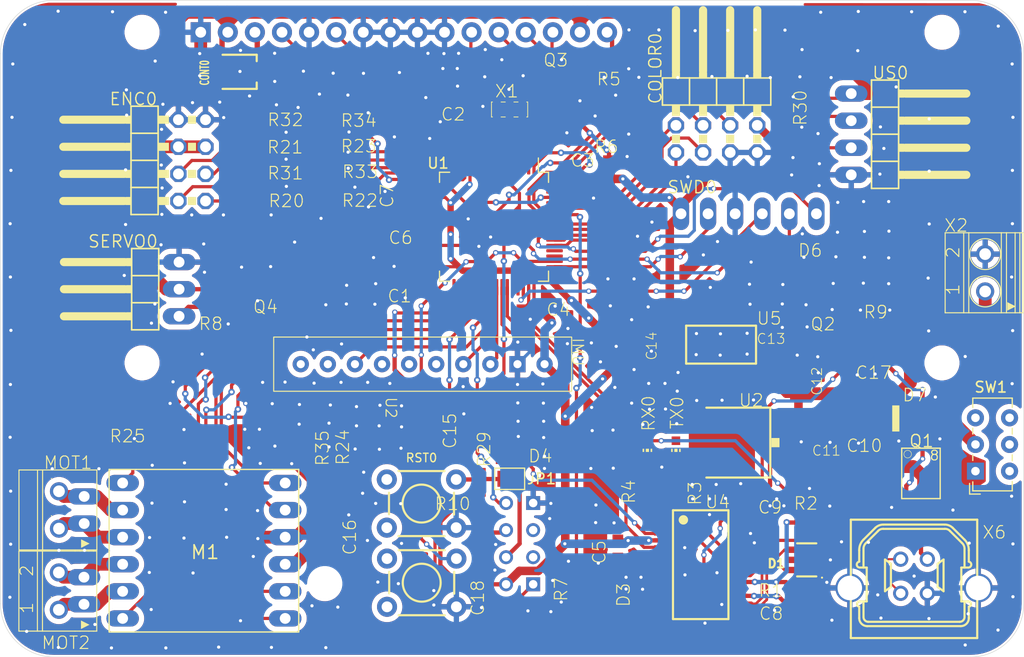
<source format=kicad_pcb>
(kicad_pcb (version 20241229) (generator "pcbnew") (generator_version "9.0")
  (layers (0 "F.Cu" signal) (2 "B.Cu" signal) (5 "F.SilkS" user "F.Silkscreen") (7 "B.SilkS" user "B.Silkscreen") (1 "F.Mask" user) (3 "B.Mask" user) (25 "Edge.Cuts" user))
  (net 0 "")
  (net 1 "GND")
  (net 2 "/BUTTON")
  (net 3 "+3V3")
  (net 4 "Net-(U1-VCAP1)")
  (net 5 "+5V")
  (net 6 "VCC")
  (net 7 "+5V{slash}1")
  (net 8 "/FTDI_CBUS3")
  (net 9 "Net-(C18-Pad1)")
  (net 10 "/COLOR_S0")
  (net 11 "/COLOR_S3")
  (net 12 "/COLOR_S1")
  (net 13 "/COLOR_S2")
  (net 14 "/COLOR_OUT")
  (net 15 "Net-(CONT0-WIPER)")
  (net 16 "/FTDI_BOOT0_OUT")
  (net 17 "/BOOT")
  (net 18 "/FTDI_RSTN_OUT")
  (net 19 "/USB_PWR_DET")
  (net 20 "/SWD_RSTN")
  (net 21 "Net-(ENC0-Pad1)")
  (net 22 "Net-(ENC0-Pad2)")
  (net 23 "Net-(ENC0-Pad3)")
  (net 24 "Net-(ENC0-Pad4)")
  (net 25 "/USART1_RX")
  (net 27 "/USART1_TX")
  (net 33 "/FTDI_RXLEDN")
  (net 34 "/FTDI_TXLEDN")
  (net 37 "Net-(MOT1A-K)")
  (net 38 "Net-(MOT1B-K)")
  (net 39 "Net-(MOT2A-K)")
  (net 40 "Net-(MOT2B-K)")
  (net 41 "/LCD_RST")
  (net 42 "/LCD_EN")
  (net 43 "/LCD_D4")
  (net 44 "/LCD_D5")
  (net 45 "/LCD_D6")
  (net 46 "/LCD_D7")
  (net 47 "/MOTOR_FAULTN")
  (net 48 "/MOTOR_SLEEPN")
  (net 49 "/MOTOR1_IN1")
  (net 50 "/MOTOR1_IN2")
  (net 51 "/MOTOR2_IN1")
  (net 52 "/MOTOR2_IN2")
  (net 53 "/LCD_BACKLIGHT")
  (net 54 "Net-(Q3-D)")
  (net 55 "/SERVO")
  (net 56 "Net-(Q4-D)")
  (net 57 "Net-(R3-Pad1)")
  (net 58 "Net-(R4-Pad1)")
  (net 59 "/ENC1_A_3V3")
  (net 60 "/ENC1_B_3V3")
  (net 61 "/VCC_SENSE")
  (net 62 "/TAVMERO_SCL")
  (net 63 "/ENC2_A_3V3")
  (net 64 "/ENC2_B_3V3")
  (net 65 "Net-(SW1A-B)")
  (net 67 "/SWD_SWCLK")
  (net 68 "/SWD_SWDIO")
  (net 69 "/SWD_SWO")
  (net 71 "/ESP_RX")
  (net 72 "/ESP_TX")
  (net 73 "Net-(U1-PH0)")
  (net 74 "Net-(U1-PH1)")
  (net 77 "/IMU_INT")
  (net 78 "/IMU_SDA")
  (net 79 "/IMU_SCL")
  (net 81 "/TAVMERO_SDA")
  (net 87 "Net-(JP1-B)")
  (net 95 "/USB+")
  (net 96 "/USB-")
  (net 97 "/USB_INTERNAL-")
  (net 98 "/USB_INTERNAL+")
  (net 100 "/LCD_Backlight_Pin")
  (net 101 "/POWER_SWITCH_TO_FET")
  (net 102 "/FTDI_3V3_OUT")
  (net 103 "/RSTN")
  (footprint "tanfolyamrobot:R0603" (layer "F.Cu") (at 84.76 70.9)
    (property "Reference" "R34")
    (property "Value" "20K")
  )
  (footprint "tanfolyamrobot:R0603" (layer "F.Cu") (at 77.98 70.89)
    (property "Reference" "R32")
    (property "Value" "10K")
  )
  (footprint "tanfolyamrobot:R0603" (layer "F.Cu") (at 77.9 78.51)
    (property "Reference" "R20")
    (property "Value" "10K")
  )
  (footprint "tanfolyamrobot:1X03_90" (layer "F.Cu") (at 67.49 86.77 90)
    (property "Reference" "SERVO0")
    (property "Value" "PINHD-1X3/90" (hide yes))
  )
  (footprint "tanfolyamrobot:1751248" (layer "F.Cu") (at 146.78 85.23 90)
    (property "Reference" "X2")
    (property "Value" "1751248" (hide yes))
  )
  (footprint "tanfolyamrobot:C0805K" (layer "F.Cu") (at 117.31 91.96 -90)
    (property "Reference" "C14")
    (property "Value" "10u" (hide yes))
  )
  (footprint "tanfolyamrobot:C0603" (layer "F.Cu") (at 136.51 92.68 180)
    (property "Reference" "C17")
    (property "Value" "2u2" (hide yes))
  )
  (footprint "tanfolyamrobot:R0603" (layer "F.Cu") (at 86.7 104.96 90)
    (property "Reference" "R24")
    (property "Value" "27K" (hide yes))
  )
  (footprint "" (layer "F.Cu") (at 84.96 114.38)
    (property "Reference" "")
    (property "Value" "")
  )
  (footprint "tanfolyamrobot:MICROMELF-W" (layer "F.Cu") (at 111.11 115.23 -90)
    (property "Reference" "D3")
    (property "Value" "BAS85" (hide yes))
  )
  (footprint "tanfolyamrobot:R0603" (layer "F.Cu") (at 84.58 104.96 -90)
    (property "Reference" "R35")
    (property "Value" "6K8" (hide yes))
  )
  (footprint "tanfolyamrobot:R0603" (layer "F.Cu") (at 84.74 73.42)
    (property "Reference" "R23")
    (property "Value" "20K")
  )
  (footprint "tanfolyamrobot:C0603" (layer "F.Cu") (at 97.08 72.3)
    (property "Reference" "C2")
    (property "Value" "100n")
  )
  (footprint "tanfolyamrobot:R0603" (layer "F.Cu") (at 77.91 73.45)
    (property "Reference" "R21")
    (property "Value" "10K")
  )
  (footprint "tanfolyamrobot:C0603" (layer "F.Cu") (at 98.01 101.18 90)
    (property "Reference" "C15")
    (property "Value" "100n")
  )
  (footprint "tanfolyamrobot:C0805K" (layer "F.Cu") (at 129.39 95.57 90)
    (property "Reference" "C12")
    (property "Value" "100n" (hide yes))
  )
  (footprint "tanfolyamrobot:R0603" (layer "F.Cu") (at 130.35 108.65)
    (property "Reference" "R2")
    (property "Value" "4K7")
  )
  (footprint "tanfolyamrobot:R0603" (layer "F.Cu") (at 84.75 75.88)
    (property "Reference" "R33")
    (property "Value" "20K")
  )
  (footprint "tanfolyamrobot:LCD-16X2_NOSILK" (layer "F.Cu") (at 105.33 78.18)
    (property "Reference" "LCD1" (hide yes))
    (property "Value" "LCD-16X2NOSILK" (hide yes))
  )
  (footprint "tanfolyamrobot:R0603" (layer "F.Cu") (at 117.885 105.63 -90)
    (property "Reference" "R3")
    (property "Value" "R-EU_R0603" (hide yes))
  )
  (footprint "tanfolyamrobot:2X04_90" (layer "F.Cu") (at 121.7 67.6)
    (property "Reference" "COLOR0")
    (property "Value" "PINHD-2X4/90" (hide yes))
  )
  (footprint "tanfolyamrobot:DRV8833_MODULE" (layer "F.Cu") (at 73.63 111.29)
    (property "Reference" "M1")
    (property "Value" "DRV8833")
  )
  (footprint "tanfolyamrobot:B_3528-21R" (layer "F.Cu") (at 85.06 109.475 -90)
    (property "Reference" "C16")
    (property "Value" "68u" (hide yes))
  )
  (footprint "tanfolyamrobot:DPACK" (layer "F.Cu") (at 124.575 101.1552 90)
    (property "Reference" "U2")
    (property "Value" "LP2950?CDT" (hide yes))
  )
  (footprint "tanfolyamrobot:TACTILE_SWITCH_PTH_6.0MM" (layer "F.Cu") (at 94.05 114.29 180)
    (property "Reference" "BUT0" (hide yes))
    (property "Value" "MOMENTARY-SWITCH-SPST-PTH-6.0MM" (hide yes))
  )
  (footprint "tanfolyamrobot:C0603" (layer "F.Cu") (at 92.38 78.32 90)
    (property "Reference" "C7")
    (property "Value" "100n" (hide yes))
  )
  (footprint "tanfolyamrobot:WE-TVS_SOT23-6L" (layer "F.Cu") (at 130.15 112.15 90)
    (property "Reference" "D1")
    (property "Value" "WE-TVS-HS_SOT23-6L_82400102" (hide yes))
  )
  (footprint "tanfolyamrobot:TACTILE_SWITCH_PTH_6.0MM" (layer "F.Cu") (at 94.03 106.87 180)
    (property "Reference" "RST0")
    (property "Value" "MOMENTARY-SWITCH-SPST-PTH-6.0MM")
  )
  (footprint "tanfolyamrobot:C0603" (layer "F.Cu") (at 108.83 77.39 -90)
    (property "Reference" "C3")
    (property "Value" "100n" (hide yes))
  )
  (footprint "IMU:PCB_IMU" (layer "F.Cu") (at 92.87 93.8 -90)
    (property "Reference" "U2")
    (property "Value" "~")
  )
  (footprint "tanfolyamrobot:CHIP-LED0603" (layer "F.Cu") (at 115.21 101.73 180)
    (property "Reference" "RX0")
    (property "Value" "LEDCHIP-LED0603" (hide yes))
  )
  (footprint "tanfolyamrobot:SOT23" (layer "F.Cu") (at 77.31 87.38 180)
    (property "Reference" "Q4")
    (property "Value" "BSS123" (hide yes))
  )
  (footprint "tanfolyamrobot:R0603" (layer "F.Cu") (at 129.86 115.03 180)
    (property "Reference" "R1")
    (property "Value" "10K")
  )
  (footprint "tanfolyamrobot:C0603" (layer "F.Cu") (at 92.31 83.68 180)
    (property "Reference" "C6")
    (property "Value" "100n")
  )
  (footprint "tanfolyamrobot:1X02" (layer "F.Cu") (at 62.4034 107.47305 90)
    (property "Reference" "JP6" (hide yes))
    (property "Value" "PINHD-1X2" (hide yes))
  )
  (footprint "tanfolyamrobot:C0603" (layer "F.Cu") (at 126.57 109.47 90)
    (property "Reference" "C9")
    (property "Value" "100n")
  )
  (footprint "tanfolyamrobot:R0603" (layer "F.Cu") (at 136.51 90.68)
    (property "Reference" "R9")
    (property "Value" "10K" (hide yes))
  )
  (footprint "tanfolyamrobot:R0603" (layer "F.Cu") (at 77.91 75.87)
    (property "Reference" "R31")
    (property "Value" "10K")
  )
  (footprint "tanfolyamrobot:C0603" (layer "F.Cu") (at 104.35 88.7 180)
    (property "Reference" "C4")
    (property "Value" "100n")
  )
  (footprint "tanfolyamrobot:SOT23" (layer "F.Cu") (at 108.49 66.29)
    (property "Reference" "Q3")
    (property "Value" "BSS123")
  )
  (footprint "tanfolyamrobot:CHIP-LED0603" (layer "F.Cu") (at 117.885 101.73 180)
    (property "Reference" "TX0")
    (property "Value" "LEDCHIP-LED0603" (hide yes))
  )
  (footprint "tanfolyamrobot:R0603" (layer "F.Cu") (at 66.11 102.38)
    (property "Reference" "R25")
    (property "Value" "4K7")
  )
  (footprint "tanfolyamrobot:R0603" (layer "F.Cu") (at 111.61 75.57 90)
    (property "Reference" "R6")
    (property "Value" "4K7" (hide yes))
  )
  (footprint "tanfolyamrobot:SO-8" (layer "F.Cu") (at 140.86 104.04)
    (property "Reference" "Q1")
    (property "Value" "BSO201SP" (hide yes))
  )
  (footprint "tanfolyamrobot:SOT223" (layer "F.Cu") (at 122.12 91.97)
    (property "Reference" "U5")
    (property "Value" "LD117A?S")
  )
  (footprint "tanfolyamrobot:1751248" (layer "F.Cu") (at 59.93 115.08 90)
    (property "Reference" "MOT2")
    (property "Value" "1751248")
  )
  (footprint "tanfolyamrobot:1X06" (layer "F.Cu") (at 124.71 79.7)
    (property "Reference" "SWD0")
    (property "Value" "SWD")
  )
  (footprint "tanfolyamrobot:B_3528-21R" (layer "F.Cu") (at 135.41 104.93 90)
    (property "Reference" "C10")
    (property "Value" "22u")
  )
  (footprint "tanfolyamrobot:C0603" (layer "F.Cu") (at 99.49 112.09 -90)
    (property "Reference" "C18")
    (property "Value" "100n" (hide yes))
  )
  (footprint "tanfolyamrobot:ESP01" (layer "F.Cu") (at 110.1375 110.645 -90)
    (property "Reference" "U$1" (hide yes))
    (property "Value" "ESP01")
  )
  (footprint "tanfolyamrobot:C0603" (layer "F.Cu") (at 112.44 111.18 -90)
    (property "Reference" "C5")
    (property "Value" "100n" (hide yes))
  )
  (footprint "tanfolyamrobot:SSOP28" (layer "F.Cu") (at 120.21 112.6 -90)
    (property "Reference" "U4")
    (property "Value" "FT232RL" (hide yes))
  )
  (footprint "tanfolyamrobot:SOT23" (layer "F.Cu") (at 132.51 91.68 90)
    (property "Reference" "Q2")
    (property "Value" "BSS123")
  )
  (footprint "tanfolyamrobot:1X04_90" (layer "F.Cu") (at 138.13 72.24 -90)
    (property "Reference" "US0")
    (property "Value" "PINHD-1X4/90" (hide yes))
  )
  (footprint "tanfolyamrobot:2X04_90" (layer "F.Cu") (at 67.43 74.69 90)
    (property "Reference" "ENC0")
    (property "Value" "PINHD-2X4/90" (hide yes))
  )
  (footprint "tanfolyamrobot:C0603" (layer "F.Cu") (at 92.31 85.68 180)
    (property "Reference" "C1")
    (property "Value" "100n")
  )
  (footprint "Jumper:SolderJumper-2_P1.3mm_Open_Pad1.0x1.5mm" (layer "F.Cu") (at 102.3 104.55)
    (property "Reference" "JP1")
    (property "Value" "SolderJumper_2_Open" (hide yes))
  )
  (footprint "tanfolyamrobot:CSTCE" (layer "F.Cu") (at 102.29 69.92 180)
    (property "Reference" "X1")
    (property "Value" "MURATA_CSTCE" (hide yes))
  )
  (footprint "tanfolyamrobot:1X02" (layer "F.Cu") (at 62.3834 115.04305 90)
    (property "Reference" "JP7" (hide yes))
    (property "Value" "PINHD-1X2" (hide yes))
  )
  (footprint "tanfolyamrobot:1751248" (layer "F.Cu") (at 59.94 107.47 90)
    (property "Reference" "MOT1" (hide yes))
    (property "Value" "1751248" (hide yes))
  )
  (footprint "tanfolyamrobot:MICROMELF-W" (layer "F.Cu") (at 127.51 82.98 180)
    (property "Reference" "D6")
    (property "Value" "BAS85" (hide yes))
  )
  (footprint "tanfolyamrobot:R0603" (layer "F.Cu") (at 99.5 104.88 90)
    (property "Reference" "R29")
    (property "Value" "4K7" (hide yes))
  )
  (footprint "tanfolyamrobot:C0805K" (layer "F.Cu") (at 126.8 94.13 90)
    (property "Reference" "C13")
    (property "Value" "100n" (hide yes))
  )
  (footprint "Button_Switch_THT:SW_E-Switch_EG1271_SPDT" (layer "F.Cu") (at 145.97 103.83 90)
    (property "Reference" "SW1")
    (property "Value" "SW_DPDT_x2" (hide yes))
  )
  (footprint "tanfolyamrobot:R0603" (layer "F.Cu") (at 131.36 69.72 -90)
    (property "Reference" "R30")
    (property "Value" "4K7" (hide yes))
  )
  (footprint "tanfolyamrobot:R0603" (layer "F.Cu") (at 74.21 87.58 -90)
    (property "Reference" "R8")
    (property "Value" "330R")
  )
  (footprint "tanfolyamrobot:KUSBVX-BS1N" (layer "F.Cu") (at 140.21 114.785)
    (property "Reference" "X6")
    (property "Value" "KUSBVX-BS1N")
  )
  (footprint "tanfolyamrobot:C0603" (layer "F.Cu") (at 129.85 117.06)
    (property "Reference" "C8")
    (property "Value" "100n" (hide yes))
  )
  (footprint "tanfolyamrobot:DO-214AC" (layer "F.Cu") (at 138.84 98.89)
    (property "Reference" "D7")
    (property "Value" "BAS85" (hide yes))
  )
  (footprint "Package_QFP:LQFP-64_10x10mm_P0.5mm" (layer "F.Cu") (at 100.83 80.915 -90)
    (property "Reference" "U1")
    (property "Value" "STM32F411RCTx" (hide yes))
  )
  (footprint "tanfolyamrobot:R0603" (layer "F.Cu") (at 108.91 115.13 -90)
    (property "Reference" "R7")
    (property "Value" "4K7")
  )
  (footprint "tanfolyamrobot:MICROMELF-W" (layer "F.Cu") (at 102.4 102.46 180)
    (property "Reference" "D4")
    (property "Value" "BAS85")
  )
  (footprint "tanfolyamrobot:C0805K" (layer "F.Cu") (at 132.31 104.455 -90)
    (property "Reference" "C11")
    (property "Value" "330n")
  )
  (footprint "tanfolyamrobot:R0603" (layer "F.Cu") (at 99.5 108.74 90)
    (property "Reference" "R10")
    (property "Value" "10K")
  )
  (footprint "tanfolyamrobot:TRIMPOT-SMD-3MM-CLOSED" (layer "F.Cu") (at 76.98 66.39 -90)
    (property "Reference" "CONT0")
    (property "Value" "10k")
  )
  (footprint "tanfolyamrobot:R0603" (layer "F.Cu") (at 84.71 78.54)
    (property "Reference" "R22")
    (property "Value" "20K")
  )
  (footprint "tanfolyamrobot:R0603" (layer "F.Cu") (at 111.05 65.23)
    (property "Reference" "R5")
    (property "Value" "R-EU_R0603" (hide yes))
  )
  (footprint "tanfolyamrobot:R0603" (layer "F.Cu") (at 115.185 105.63 -90)
    (property "Reference" "R4")
    (property "Value" "R-EU_R0603" (hide yes))
  )
  (gr_arc (start 59.56 121.25) (mid 56.024466 119.785534) (end 54.56 116.25) (stroke (width 0.05)) (layer "Edge.Cuts"))
  (gr_line (start 145.5 121.25) (end 59.56 121.25) (stroke (width 0.05)) (layer "Edge.Cuts"))
  (gr_arc (start 54.56 64.68) (mid 56.024466 61.144466) (end 59.56 59.68) (stroke (width 0.05)) (layer "Edge.Cuts"))
  (gr_arc (start 145.5 59.68) (mid 149.035534 61.144466) (end 150.5 64.68) (stroke (width 0.05)) (layer "Edge.Cuts"))
  (gr_arc (start 150.5 116.25) (mid 149.035534 119.785534) (end 145.5 121.25) (stroke (width 0.05)) (layer "Edge.Cuts"))
  (gr_line (start 59.56 59.68) (end 145.5 59.68) (stroke (width 0.05)) (layer "Edge.Cuts"))
  (gr_line (start 150.5 64.68) (end 150.5 116.25) (stroke (width 0.05)) (layer "Edge.Cuts"))
  (gr_line (start 54.56 116.25) (end 54.56 64.68) (stroke (width 0.05)) (layer "Edge.Cuts"))
  (gr_text "MOT1" (at 63.235 103.72 0) (layer "F.SilkS") (effects (font (size 1.1684 1.1684) (thickness 0.1016)) (justify right bottom)))
  (segment (start 126.71 107.08) (end 126.71 108.48) (width 0.4) (layer "F.Cu") (net 1))
  (segment (start 82.3082 110.02) (end 81.25 110.02) (width 1.2) (layer "F.Cu") (net 1))
  (segment (start 73.33 62.68) (end 73.33 64.585) (width 1.2) (layer "F.Cu") (net 1))
  (segment (start 94.245 84.165) (end 93.78 84.63) (width 0.3) (layer "F.Cu") (net 1))
  (segment (start 122.185 115.5182) (end 122.185 116.33) (width 0.4) (layer "F.Cu") (net 1))
  (segment (start 84.58 105.81) (end 84.58 107.47) (width 0.4) (layer "F.Cu") (net 1))
  (segment (start 86.419 73.42) (end 85.59 73.42) (width 0.3) (layer "F.Cu") (net 1))
  (segment (start 125.04 110.325) (end 123.835 110.325) (width 0.4) (layer "F.Cu") (net 1))
  (segment (start 137.54 107.23) (end 136.765 106.455) (width 0.4) (layer "F.Cu") (net 1))
  (segment (start 97.93 72.3) (end 97.97 72.3) (width 0.3) (layer "F.Cu") (net 1))
  (segment (start 106.505 77.665) (end 108.255 77.665) (width 0.3) (layer "F.Cu") (net 1))
  (segment (start 103.53848 88.7) (end 103.5 88.7) (width 0.3) (layer "F.Cu") (net 1))
  (segment (start 86.71 75.88) (end 87.16 75.43) (width 0.3) (layer "F.Cu") (net 1))
  (segment (start 85.06 107.95) (end 84.3782 107.95) (width 1.2) (layer "F.Cu") (net 1))
  (segment (start 136.765 106.455) (end 135.41 106.455) (width 0.4) (layer "F.Cu") (net 1))
  (segment (start 98.25 72.58) (end 98.26 72.58) (width 0.3) (layer "F.Cu") (net 1))
  (segment (start 97.83 72.3) (end 97.93 72.3) (width 0.3) (layer "F.Cu") (net 1))
  (segment (start 93.78 84.63) (end 91.46 84.63) (width 0.3) (layer "F.Cu") (net 1))
  (segment (start 133.105 107.105) (end 132.31 107.105) (width 0.4) (layer "F.Cu") (net 1))
  (segment (start 133.755 106.455) (end 133.105 107.105) (width 0.4) (layer "F.Cu") (net 1))
  (segment (start 95.79 71.07) (end 96.6 71.07) (width 0.3) (layer "F.Cu") (net 1))
  (segment (start 100.745 112.94) (end 100.91 113.105) (width 0.4) (layer "F.Cu") (net 1))
  (segment (start 126.71 108.48) (end 126.57 108.62) (width 0.4) (layer "F.Cu") (net 1))
  (segment (start 86.105 70.9) (end 87.235 72.03) (width 0.3) (layer "F.Cu") (net 1))
  (segment (start 85.6 75.88) (end 86.71 75.88) (width 0.3) (layer "F.Cu") (net 1))
  (segment (start 99.08 73.4) (end 99.08 75.24) (width 0.3) (layer "F.Cu") (net 1))
  (segment (start 98.01 98.47) (end 98 98.46) (width 0.4) (layer "F.Cu") (net 1))
  (segment (start 81.25 110.02) (end 78.82 110.02) (width 1.2) (layer "F.Cu") (net 1))
  (segment (start 102.29 69.92) (end 102.29 68.085) (width 0.2) (layer "F.Cu") (net 1))
  (segment (start 103.5 88.7) (end 104.08 88.12) (width 0.3) (layer "F.Cu") (net 1))
  (segment (start 123.835 114.875) (end 122.8282 114.875) (width 0.4) (layer "F.Cu") (net 1))
  (segment (start 92.66 77.48) (end 92.845 77.665) (width 0.3) (layer "F.Cu") (net 1))
  (segment (start 91.46 84.63) (end 91.51 84.63) (width 0.3) (layer "F.Cu") (net 1))
  (segment (start 104.08 88.12) (end 104.08 86.59) (width 0.3) (layer "F.Cu") (net 1))
  (segment (start 76.36 86.28) (end 76.36 85.505) (width 0.4) (layer "F.Cu") (net 1))
  (segment (start 84.58 105.81) (end 84.54 105.81) (width 0.4) (layer "F.Cu") (net 1))
  (segment (start 104.23 89.39152) (end 103.53848 88.7) (width 0.3) (layer "F.Cu") (net 1))
  (segment (start 84.58 107.47) (end 85.06 107.95) (width 0.4) (layer "F.Cu") (net 1))
  (segment (start 108.83 78.24) (end 110.15 78.24) (width 0.3) (layer "F.Cu") (net 1))
  (segment (start 92.845 77.665) (end 95.155 77.665) (width 0.3) (layer "F.Cu") (net 1))
  (segment (start 90.735 77.48) (end 90.61 77.605) (width 0.3) (layer "F.Cu") (net 1))
  (segment (start 76.36 85.505) (end 77.16 84.705) (width 0.4) (layer "F.Cu") (net 1))
  (segment (start 87.15 73.92) (end 86.919 73.92) (width 0.3) (layer "F.Cu") (net 1))
  (segment (start 102.29 68.085) (end 102.235 68.03) (width 0.2) (layer "F.Cu") (net 1))
  (segment (start 95.155 84.165) (end 94.245 84.165) (width 0.3) (layer "F.Cu") (net 1))
  (segment (start 125.24 110.55) (end 125.04 110.325) (width 0.4) (layer "F.Cu") (net 1))
  (segment (start 73.33 64.585) (end 73.235 64.68) (width 1.2) (layer "F.Cu") (net 1))
  (segment (start 138.1168 107.2232) (end 138.11 107.23) (width 0.4) (layer "F.Cu") (net 1))
  (segment (start 133.61 90.73) (end 133.61 90.305) (width 0.4) (layer "F.Cu") (net 1))
  (segment (start 133.61 90.305) (end 135.185 88.73) (width 0.4) (layer "F.Cu") (net 1))
  (segment (start 98.01 100.33) (end 98.01 98.47) (width 0.4) (layer "F.Cu") (net 1))
  (segment (start 96.6 71.07) (end 97.83 72.3) (width 0.3) (layer "F.Cu") (net 1))
  (segment (start 98.26 72.58) (end 99.08 73.4) (width 0.3) (layer "F.Cu") (net 1))
  (segment (start 138.1168 105.945) (end 138.1168 107.2232) (width 0.4) (layer "F.Cu") (net 1))
  (segment (start 112.44 112.03) (end 112.685 112.275) (width 0.4) (layer "F.Cu") (net 1))
  (segment (start 85.61 70.9) (end 86.105 70.9) (width 0.3) (layer "F.Cu") (net 1))
  (segment (start 99.49 112.94) (end 100.745 112.94) (width 0.4) (layer "F.Cu") (net 1))
  (segment (start 132.37 112.15) (end 131.399999 112.15) (width 0.3) (layer "F.Cu") (net 1))
  (segment (start 84.3782 107.95) (end 82.3082 110.02) (width 1.2) (layer "F.Cu") (net 1))
  (segment (start 97.97 72.3) (end 98.25 72.58) (width 0.3) (layer "F.Cu") (net 1))
  (segment (start 78.82 110.02) (end 78.685 110.155) (width 1.2) (layer "F.Cu") (net 1))
  (segment (start 84.54 105.81) (end 81.86 103.13) (width 0.4) (layer "F.Cu") (net 1))
  (segment (start 122.8282 114.875) (end 122.185 115.5182) (width 0.4) (layer "F.Cu") (net 1))
  (segment (start 112.685 112.275) (end 116.585 112.275) (width 0.4) (layer "F.Cu") (net 1))
  (segment (start 110.15 78.24) (end 110.16 78.23) (width 0.3) (layer "F.Cu") (net 1))
  (segment (start 122.165 112.925) (end 123.835 112.925) (width 0.4) (layer "F.Cu") (net 1))
  (segment (start 138.11 107.23) (end 137.54 107.23) (width 0.4) (layer "F.Cu") (net 1))
  (segment (start 124.88 109.675) (end 123.835 109.675) (width 0.4) (layer "F.Cu") (net 1))
  (segment (start 83.49 62.68) (end 83.49 62.86) (width 0.4) (layer "F.Cu") (net 1))
  (segment (start 108.255 77.665) (end 108.83 78.24) (width 0.3) (layer "F.Cu") (net 1))
  (segment (start 92.66 77.48) (end 90.735 77.48) (width 0.3) (layer "F.Cu") (net 1))
  (segment (start 135.41 106.455) (end 133.755 106.455) (width 0.4) (layer "F.Cu") (net 1))
  (segment (start 86.919 73.92) (end 86.419 73.42) (width 0.3) (layer "F.Cu") (net 1))
  (segment (start 121.735 113.355) (end 122.165 112.925) (width 0.4) (layer "F.Cu") (net 1))
  (segment (start 104.23 89.59) (end 104.23 89.39152) (width 0.3) (layer "F.Cu") (net 1))
  (via (at 119.81 90.93) (size 0.5) (drill 0.3) (layers "F.Cu" "B.Cu") (net 1))
  (via (at 130.085 88.23) (size 0.5) (drill 0.3) (layers "F.Cu" "B.Cu") (net 1))
  (via (at 87.15 73.92) (size 0.5) (drill 0.3) (layers "F.Cu" "B.Cu") (net 1))
  (via (at 60.035 111.255) (size 0.6) (drill 0.3) (layers "F.Cu" "B.Cu") (net 1))
  (via (at 71.81 103.055) (size 0.5) (drill 0.3) (layers "F.Cu" "B.Cu") (net 1))
  (via (at 80.26 64.65) (size 0.5) (drill 0.3) (layers "F.Cu" "B.Cu") (net 1))
  (via (at 98 98.46) (size 0.5) (drill 0.3) (layers "F.Cu" "B.Cu") (net 1))
  (via (at 91.46 84.63) (size 0.5) (drill 0.3) (layers "F.Cu" "B.Cu") (net 1))
  (via (at 95.185 115.03) (size 0.5) (drill 0.3) (layers "F.Cu" "B.Cu") (net 1))
  (via (at 124.56 90.905) (size 0.5) (drill 0.3) (layers "F.Cu" "B.Cu") (net 1))
  (via (at 131.335 75.005) (size 0.5) (drill 0.3) (layers "F.Cu" "B.Cu") (net 1))
  (via (at 115.335 95.605) (size 0.5) (drill 0.3) (layers "F.Cu" "B.Cu") (net 1))
  (via (at 129.71 64.305) (size 0.5) (drill 0.3) (layers "F.Cu" "B.Cu") (net 1))
  (via (at 139.985 60.755) (size 0.6) (drill 0.3) (layers "F.Cu" "B.Cu") (net 1))
  (via (at 71.76 99.93) (size 0.5) (drill 0.3) (layers "F.Cu" "B.Cu") (net 1))
  (via (at 86.985 88.155) (size 0.5) (drill 0.3) (layers "F.Cu" "B.Cu") (net 1))
  (via (at 103.06 91.73) (size 0.5) (drill 0.3) (layers "F.Cu" "B.Cu") (net 1))
  (via (at 137.835 86.255) (size 0.5) (drill 0.3) (layers "F.Cu" "B.Cu") (net 1))
  (via (at 70.06 120.405) (size 0.6) (drill 0.3) (layers "F.Cu" "B.Cu") (net 1))
  (via (at 134.985 60.73) (size 0.6) (drill 0.3) (layers "F.Cu" "B.Cu") (net 1))
  (via (at 111.985 99.98) (size 0.5) (drill 0.3) (layers "F.Cu" "B.Cu") (net 1))
  (via (at 75.01 120.33) (size 0.6) (drill 0.3) (layers "F.Cu" "B.Cu") (net 1))
  (via (at 107.76 90.455) (size 0.5) (drill 0.3) (layers "F.Cu" "B.Cu") (net 1))
  (via (at 135.01 101.205) (size 0.5) (drill 0.3) (layers "F.Cu" "B.Cu") (net 1))
  (via (at 117.96 99.38) (size 0.5) (drill 0.3) (layers "F.Cu" "B.Cu") (net 1))
  (via (at 141.635 75.705) (size 0.6) (drill 0.3) (layers "F.Cu" "B.Cu") (net 1))
  (via (at 55.71 65.655) (size 0.6) (drill 0.3) (layers "F.Cu" "B.Cu") (net 1))
  (via (at 130.41 105.455) (size 0.5) (drill 0.3) (layers "F.Cu" "B.Cu") (net 1))
  (via (at 72.61 113.38) (size 0.6) (drill 0.3) (layers "F.Cu" "B.Cu") (net 1))
  (via (at 106.335 114.08) (size 0.5) (drill 0.3) (layers "F.Cu" "B.Cu") (net 1))
  (via (at 89.935 114.23) (size 0.5) (drill 0.3) (layers "F.Cu" "B.Cu") (net 1))
  (via (at 85.36 99.33) (size 0.5) (drill 0.3) (layers "F.Cu" "B.Cu") (net 1))
  (via (at 110.36 108.655) (size 0.5) (drill 0.3) (layers "F.Cu" "B.Cu") (net 1))
  (via (at 68.785 103.28) (size 0.5) (drill 0.3) (layers "F.Cu" "B.Cu") (net 1))
  (via (at 132.885 83.73) (size 0.5) (drill 0.3) (layers "F.Cu" "B.Cu") (net 1))
  (via (at 141.585 90.68) (size 0.6) (drill 0.3) (layers "F.Cu" "B.Cu") (net 1))
  (via (at 124.835 88.18) (size 0.5) (drill 0.3) (layers "F.Cu" "B.Cu") (net 1))
  (via (at 104.01 116.93) (size 0.5) (drill 0.3) (layers "F.Cu" "B.Cu") (net 1))
  (via (at 105.41 95.655) (size 0.5) (drill 0.3) (layers "F.Cu" "B.Cu") (net 1))
  (via (at 77.06 64.38) (size 0.5) (drill 0.3) (layers "F.Cu" "B.Cu") (net 1))
  (via (at 75.71 107.43) (size 0.5) (drill 0.3) (layers "F.Cu" "B.Cu") (net 1))
  (via (at 63.785 103.605) (size 0.6) (drill 0.3) (layers "F.Cu" "B.Cu") (net 1))
  (via (at 88.985 95.505) (size 0.5) (drill 0.3) (layers "F.Cu" "B.Cu") (net 1))
  (via (at 129.885 83.78) (size 0.5) (drill 0.3) (layers "F.Cu" "B.Cu") (net 1))
  (via (at 145.285 117.205) (size 0.6) (drill 0.3) (layers "F.Cu" "B.Cu") (net 1))
  (via (at 137.11 117.605) (size 0.5) (drill 0.3) (layers "F.Cu" "B.Cu") (net 1))
  (via (at 68.685 116.805) (size 0.6) (drill 0.3) (layers "F.Cu" "B.Cu") (net 1))
  (via (at 141.635 70.805) (size 0.6) (drill 0.3) (layers "F.Cu" "B.Cu") (net 1))
  (via (at 68.76 106.83) (size 0.5) (drill 0.3) (layers "F.Cu" "B.Cu") (net 1))
  (via (at 64.96 120.405) (size 0.6) (drill 0.3) (layers "F.Cu" "B.Cu") (net 1))
  (via (at 81.335 74.58) (size 0.6) (drill 0.3) (layers "F.Cu" "B.Cu") (net 1))
  (via (at 129.51 66.855) (size 0.5) (drill 0.3) (layers "F.Cu" "B.Cu") (net 1))
  (via (at 116.91 98.005) (size 0.5) (drill 0.3) (layers "F.Cu" "B.Cu") (net 1))
  (via (at 73.235 66.755) (size 0.5) (drill 0.3) (layers "F.Cu" "B.Cu") (net 1))
  (via (at 113.96 94.305) (size 0.5) (drill 0.3) (layers "F.Cu" "B.Cu") (net 1))
  (via (at 124.935 84.23) (size 0.5) (drill 0.3) (layers "F.Cu" "B.Cu") (net 1))
  (via (at 110.61 112.455) (size 0.5) (drill 0.3) (layers "F.Cu" "B.Cu") (net 1))
  (via (at 119.46 106.43) (size 0.5) (drill 0.3) (layers "F.Cu" "B.Cu") (net 1))
  (via (at 137.935 88.73) (size 0.5) (drill 0.3) (layers "F.Cu" "B.Cu") (net 1))
  (via (at 83.76 116.455) (size 0.6) (drill 0.3) (layers "F.Cu" "B.Cu") (net 1))
  (via (at 68.51 113.33) (size 0.5) (drill 0.3) (layers "F.Cu" "B.Cu") (net 1))
  (via (at 79.885 84.652754) (size 0.5) (drill 0.3) (layers "F.Cu" "B.Cu") (net 1))
  (via (at 118.71 111.005) (size 0.5) (drill 0.3) (layers "F.Cu" "B.Cu") (net 1))
  (via (at 106.05 108.28) (size 0.5) (drill 0.3) (layers "F.Cu" "B.Cu") (net 1))
  (via (at 77.91 68.655) (size 0.5) (drill 0.3) (layers "F.Cu" "B.Cu") (net 1))
  (via (at 88.51 105.905) (size 0.5) (drill 0.3) (layers "F.Cu" "B.Cu") (net 1))
  (via (at 132.51 117.805) (size 0.5) (drill 0.3) (layers "F.Cu" "B.Cu") (net 1))
  (via (at 113.21 114.88) (size 0.5) (drill 0.3) (layers "F.Cu" "B.Cu") (net 1))
  (via (at 145.01 93.08) (size 0.6) (drill 0.3) (layers "F.Cu" "B.Cu") (net 1))
  (via (at 77.84 101.64) (size 0.5) (drill 0.3) (layers "F.Cu" "B.Cu") (net 1))
  (via (at 73.46 92.855) (size 0.6) (drill 0.3) (layers "F.Cu" "B.Cu") (net 1))
  (via (at 83.96 95.58) (size 0.5) (drill 0.3) (layers "F.Cu" "B.Cu") (net 1))
  (via (at 55.51 110.68) (size 0.6) (drill 0.3) (layers "F.Cu" "B.Cu") (net 1))
  (via (at 121.035 106.43) (size 0.5) (drill 0.3) (layers "F.Cu" "B.Cu") (net 1))
  (via (at 66.36 68.08) (size 0.6) (drill 0.3) (layers "F.Cu" "B.Cu") (net 1))
  (via (at 82.585 97.58) (size 0.5) (drill 0.3) (layers "F.Cu" "B.Cu") (net 1))
  (via (at 127.86 90.355) (size 0.5) (drill 0.3) (layers "F.Cu" "B.Cu") (net 1))
  (via (at 86.185 116.58) (size 0.6) (drill 0.3) (layers "F.Cu" "B.Cu") (net 1))
  (via (at 136.56 94.73) (size 0.5) (drill 0.3) (layers "F.Cu" "B.Cu") (net 1))
  (via (at 106.56 88.355) (size 0.5) (drill 0.3) (layers "F.Cu" "B.Cu") (net 1))
  (via (at 87.935 97.78) (size 0.5) (drill 0.3) (layers "F.Cu" "B.Cu") (net 1))
  (via (at 97.41 67.73) (size 0.5) (drill 0.3) (layers "F.Cu" "B.Cu") (net 1))
  (via (at 89.535 83.805) (size 0.5) (drill 0.3) (layers "F.Cu" "B.Cu") (net 1))
  (via (at 69.635 75.13) (size 0.5) (drill 0.3) (layers "F.Cu" "B.Cu") (net 1))
  (via (at 86.535 91.905) (size 0.5) (drill 0.3) (layers "F.Cu" "B.Cu") (net 1))
  (via (at 107.135 116.105) (size 0.5) (drill 0.3) (layers "F.Cu" "B.Cu") (net 1))
  (via (at 119.835 97.205) (size 0.5) (drill 0.3) (layers "F.Cu" "B.Cu") (net 1))
  (via (at 105.485 99.155) (size 0.5) (drill 0.3) (layers "F.Cu" "B.Cu") (net 1))
  (via (at 111.51 85.805) (size 0.5) (drill 0.3) (layers "F.Cu" "B.Cu") (net 1))
  (via (at 59.96 60.705) (size 0.6) (drill 0.3) (layers "F.Cu" "B.Cu") (net 1))
  (via (at 85.75 66.52) (size 0.5) (drill 0.3) (layers "F.Cu" "B.Cu") (net 1))
  (via (at 75.76 110.03) (size 0.5) (drill 0.3) (layers "F.Cu" "B.Cu") (net 1))
  (via (at 124.56 92.855) (size 0.5) (drill 0.3) (layers "F.Cu" "B.Cu") (net 1))
  (via (at 121.735 113.355) (size 0.6) (drill 0.3) (layers "F.Cu" "B.Cu") (net 1))
  (via (at 90.085 101.78) (size 0.5) (drill 0.3) (layers "F.Cu" "B.Cu") (net 1))
  (via (at 122.06 90.955) (size 0.5) (drill 0.3) (layers "F.Cu" "B.Cu") (net 1))
  (via (at 94.635 64.655) (size 0.5) (drill 0.3) (layers "F.Cu" "B.Cu") (net 1))
  (via (at 66.285 80.705) (size 0.6) (drill 0.3) (layers "F.Cu" "B.Cu") (net 1))
  (via (at 114.41 66.905) (size 0.5) (drill 0.3) (layers "F.Cu" "B.Cu") (net 1))
  (via (at 113.735 89.63) (size 0.5) (drill 0.3) (layers "F.Cu" "B.Cu") (net 1))
  (via (at 103.085 99.155) (size 0.5) (drill 0.3) (layers "F.Cu" "B.Cu") (net 1))
  (via (at 90.135 97.655) (size 0.5) (drill 0.3) (layers "F.Cu" "B.Cu") (net 1))
  (via (at 85.36 101.555) (size 0.5) (drill 0.3) (layers "F.Cu" "B.Cu") (net 1))
  (via (at 99.96 66.855) (size 0.5) (drill 0.3) (layers "F.Cu" "B.Cu") (net 1))
  (via (at 86.485 95.505) (size 0.5) (drill 0.3) (layers "F.Cu" "B.Cu") (net 1))
  (via (at 96.135 64.68) (size 0.5) (drill 0.3) (layers "F.Cu" "B.Cu") (net 1))
  (via (at 75.91 90.03) (size 0.6) (drill 0.3) (layers "F.Cu" "B.Cu") (net 1))
  (via (at 87.16 75.43) (size 0.5) (drill 0.3) (layers "F.Cu" "B.Cu") (net 1))
  (via (at 85.06 120.38) (size 0.6) (drill 0.3) (layers "F.Cu" "B.Cu") (net 1))
  (via (at 81.36 77.13) (size 0.6) (drill 0.3) (layers "F.Cu" "B.Cu") (net 1))
  (via (at 137.835 78.555) (size 0.5) (drill 0.3) (layers "F.Cu" "B.Cu") (net 1))
  (via (at 77.06 117.855) (size 0.6) (drill 0.3) (layers "F.Cu" "B.Cu") (net 1))
  (via (at 59.985 120.355) (size 0.6) (drill 0.3) (layers "F.Cu" "B.Cu") (net 1))
  (via (at 105.46 97.455) (size 0.5) (drill 0.3) (layers "F.Cu" "B.Cu") (net 1))
  (via (at 137.86 81.33) (size 0.5) (drill 0.3) (layers "F.Cu" "B.Cu") (net 1))
  (via (at 91.49 72.49) (size 0.5) (drill 0.3) (layers "F.Cu" "B.Cu") (net 1))
  (via (at 149.485 110.655) (size 0.6) (drill 0.3) (layers "F.Cu" "B.Cu") (net 1))
  (via (at 128.01 107.08) (size 0.5) (drill 0.3) (layers "F.Cu" "B.Cu") (net 1))
  (via (at 107.71 91.88) (size 0.5) (drill 0.3) (layers "F.Cu" "B.Cu") (net 1))
  (via (at 67.11 100.78) (size 0.6) (drill 0.3) (layers "F.Cu" "B.Cu") (net 1))
  (via (at 97.51 64.655) (size 0.5) (drill 0.3) (layers "F.Cu" "B.Cu") (net 1))
  (via (at 91.86 114.38) (size 0.5) (drill 0.3) (layers "F.Cu" "B.Cu") (net 1))
  (via (at 129.735 81.58) (size 0.5) (drill 0.3) (layers "F.Cu" "B.Cu") (net 1))
  (via (at 122.21 97.18) (size 0.5) (drill 0.3) (layers "F.Cu" "B.Cu") (net 1))
  (via (at 121.785 82.305) (size 0.6) (drill 0.3) (layers "F.Cu" "B.Cu") (net 1))
  (via (at 83.285 91.255) (size 0.5) (drill 0.3) (layers "F.Cu" "B.Cu") (net 1))
  (via (at 100.985 110.705) (size 0.5) (drill 0.3) (layers "F.Cu" "B.Cu") (net 1))
  (via (at 129.26 92.955) (size 0.5) (drill 0.3) (layers "F.Cu" "B.Cu") (net 1))
  (via (at 138.535 67.805) (size 0.6) (drill 0.3) (layers "F.Cu" "B.Cu") (net 1))
  (via (at 78.26 111.83) (size 0.5) (drill 0.3) (layers "F.Cu" "B.Cu") (net 1))
  (via (at 113.31 74.33) (size 0.5) (drill 0.3) (layers "F.Cu" "B.Cu") (net 1))
  (via (at 134.885 94.805) (size 0.5) (drill 0.3) (layers "F.Cu" "B.Cu") (net 1))
  (via (at 115.285 88.43) (size 0.5) (drill 0.3) (layers "F.Cu" "B.Cu") (net 1))
  (via (at 103.56 66.755) (size 0.5) (drill 0.3) (layers "F.Cu" "B.Cu") (net 1))
  (via (at 122.185 116.33) (size 0.5) (drill 0.3) (layers "F.Cu" "B.Cu") (net 1))
  (via (at 87.21 107.93) (size 0.5) (drill 0.3) (layers "F.Cu" "B.Cu") (net 1))
  (via (at 89.66 88.18) (size 0.5) (drill 0.3) (layers "F.Cu" "B.Cu") (net 1))
  (via (at 105.56 102.43) (size 0.5) (drill 0.3) (layers "F.Cu" "B.Cu") (net 1))
  (via (at 128.11 62.48) (size 0.5) (drill 0.3) (layers "F.Cu" "B.Cu") (net 1))
  (via (at 132.37 112.15) (size 0.6) (drill 0.3) (layers "F.Cu" "B.Cu") (net 1))
  (via (at 119.685 62.53) (size 0.5) (drill 0.3) (layers "F.Cu" "B.Cu") (net 1))
  (via (at 113.21 113.78) (size 0.5) (drill 0.3) (layers "F.Cu" "B.Cu") (net 1))
  (via (at 149.36 106.18) (size 0.6) (drill 0.3) (layers "F.Cu" "B.Cu") (net 1))
  (via (at 62.435 111.255) (size 0.6) (drill 0.3) (layers "F.Cu" "B.Cu") (net 1))
  (via (at 116.86 95.605) (size 0.5) (drill 0.3) (layers "F.Cu" "B.Cu") (net 1))
  (via (at 87.235 72.03) (size 0.5) (drill 0.3) (layers "F.Cu" "B.Cu") (net 1))
  (via (at 148.11 62.105) (size 0.6) (drill 0.3) (layers "F.Cu" "B.Cu") (net 1))
  (via (at 132.635 86.23) (size 0.5) (drill 0.3) (layers "F.Cu" "B.Cu") (net 1))
  (via (at 149.41 95.63) (size 0.6) (drill 0.3) (layers "F.Cu" "B.Cu") (net 1))
  (via (at 128.86 74.43) (size 0.5) (drill 0.3) (layers "F.Cu" "B.Cu") (net 1))
  (via (at 115.635 80.48) (size 0.5) (drill 0.3) (layers "F.Cu" "B.Cu") (net 1))
  (via (at 142.635 100.805) (size 0.5) (drill 0.3) (layers "F.Cu" "B.Cu") (net 1))
  (via (at 110.385 107.005) (size 0.5) (drill 0.3) (layers "F.Cu" "B.Cu") (net 1))
  (via (at 115.585 92.58) (size 0.5) (drill 0.3) (layers "F.Cu" "B.Cu") (net 1))
  (via (at 141.635 80.655) (size 0.6) (drill 0.3) (layers "F.Cu" "B.Cu") (net 1))
  (via (at 131.235 94.605) (size 0.5) (drill 0.3) (layers "F.Cu" "B.Cu") (net 1))
  (via (at 55.46 100.655) (size 0.6) (drill 0.3) (layers "F.Cu" "B.Cu") (net 1))
  (via (at 88.59 66.53) (size 0.5) (drill 0.3) (layers "F.Cu" "B.Cu") (net 1))
  (via (at 114.76 114.905) (size 0.5) (drill 0.3) (layers "F.Cu" "B.Cu") (net 1))
  (via (at 107.16 65.255) (size 0.5) (drill 0.3) (layers "F.Cu" "B.Cu") (net 1))
  (via (at 109.91 103.58) (size 0.5) (drill 0.3) (layers "F.Cu" "B.Cu") (net 1))
  (via (at 87.81 101.755) (size 0.5) (drill 0.3) (layers "F.Cu" "B.Cu") (net 1))
  (via (at 90.06 99.58) (size 0.5) (drill 0.3) (layers "F.Cu" "B.Cu") (net 1))
  (via (at 131.21 72.18) (size 0.6) (drill 0.3) (layers "F.Cu" "B.Cu") (net 1))
  (via (at 100.91 113.105) (size 0.5) (drill 0.3) (layers "F.Cu" "B.Cu") (net 1))
  (via (at 149.46 90.655) (size 0.6) (drill 0.3) (layers "F.Cu" "B.Cu") (net 1))
  (via (at 130.185 90.305) (size 0.5) (drill 0.3) (layers "F.Cu" "B.Cu") (net 1))
  (via (at 55.51 105.705) (size 0.6) (drill 0.3) (layers "F.Cu" "B.Cu") (net 1))
  (via (at 92.16 97.705) (size 0.5) (drill 0.3) (layers "F.Cu" "B.Cu") (net 1))
  (via (at 63.41 118.205) (size 0.6) (drill 0.3) (layers "F.Cu" "B.Cu") (net 1))
  (via (at 84.61 80.13) (size 0.5) (drill 0.3) (layers "F.Cu" "B.Cu") (net 1))
  (via (at 132.435 66.93) (size 0.5) (drill 0.3) (layers "F.Cu" "B.Cu") (net 1))
  (via (at 122.76 62.505) (size 0.5) (drill 0.3) (layers "F.Cu" "B.Cu") (net 1))
  (via (at 66.16 85.48) (size 0.6) (drill 0.3) (layers "F.Cu" "B.Cu") (net 1))
  (via (at 85.06 88.23) (size 0.5) (drill 0.3) (layers "F.Cu" "B.Cu") (net 1))
  (via (at 89.735 86.255) (size 0.5) (drill 0.3) (layers "F.Cu" "B.Cu") (net 1))
  (via (at 122.535 106.38) (size 0.5) (drill 0.3) (layers "F.Cu" "B.Cu") (net 1))
  (via (at 114.785 99.455) (size 0.5) (drill 0.3) (layers "F.Cu" "B.Cu") (net 1))
  (via (at 72.56 69.28) (size 0.5) (drill 0.3) (layers "F.Cu" "B.Cu") (net 1))
  (via (at 95.185 116.38) (size 0.5) (drill 0.3) (layers "F.Cu" "B.Cu") (net 1))
  (via (at 103.035 95.705) (size 0.5) (drill 0.3) (layers "F.Cu" "B.Cu") (net 1))
  (via (at 131.46 60.805) (size 0.6) (drill 0.3) (layers "F.Cu" "B.Cu") (net 1))
  (via (at 80.43 69.48) (size 0.5) (drill 0.3) (layers "F.Cu" "B.Cu") (net 1))
  (via (at 141.61 117.655) (size 0.5) (drill 0.3) (layers "F.Cu" "B.Cu") (net 1))
  (via (at 113.735 97.455) (size 0.5) (drill 0.3) (layers "F.Cu" "B.Cu") (net 1))
  (via (at 136.81 115.43) (size 0.5) (drill 0.3) (layers "F.Cu" "B.Cu") (net 1))
  (via (at 132.31 107.105) (size 0.5) (drill 0.3) (layers "F.Cu" "B.Cu") (net 1))
  (via (at 78.835 99.905) (size 0.5) (drill 0.3) (layers "F.Cu" "B.Cu") (net 1))
  (via (at 92.51 87.58) (size 0.5) (drill 0.3) (layers "F.Cu" "B.Cu") (net 1))
  (via (at 140.22 113.67) (size 0.6) (drill 0.3) (layers "F.Cu" "B.Cu") (net 1))
  (via (at 137.835 83.83) (size 0.5) (drill 0.3) (layers "F.Cu" "B.Cu") (net 1))
  (via (at 149.435 75.63) (size 0.6) (drill 0.3) (layers "F.Cu" "B.Cu") (net 1))
  (via (at 137.382759 73.573664) (size 0.5) (drill 0.3) (layers "F.Cu" "B.Cu") (net 1))
  (via (at 111.735 88.33) (size 0.5) (drill 0.3) (layers "F.Cu" "B.Cu") (net 1))
  (via (at 75.11 69.23) (size 0.5) (drill 0.3) (layers "F.Cu" "B.Cu") (net 1))
  (via (at 128.885 68.73) (size 0.5) (drill 0.3) (layers "F.Cu" "B.Cu") (net 1))
  (via (at 135.46 86.205) (size 0.5) (drill 0.3) (layers "F.Cu" "B.Cu") (net 1))
  (via (at 55.435 115.655) (size 0.6) (drill 0.3) (layers "F.Cu" "B.Cu") (net 1))
  (via (at 77.56 97.48) (size 0.5) (drill 0.3) (layers "F.Cu" "B.Cu") (net 1))
  (via (at 101.56 65.255) (size 0.5) (drill 0.3) (layers "F.Cu" "B.Cu") (net 1))
  (via (at 66.285 75.58) (size 0.6) (drill 0.3) (layers "F.Cu" "B.Cu") (net 1))
  (via (at 126.71 107.08) (size 0.5) (drill 0.3) (layers "F.Cu" "B.Cu") (net 1))
  (via (at 79.935 79.805) (size 0.5) (drill 0.3) (layers "F.Cu" "B.Cu") (net 1))
  (via (at 105.56 103.58) (size 0.5) (drill 0.3) (layers "F.Cu" "B.Cu") (net 1))
  (via (at 88.61 103.93) (size 0.5) (drill 0.3) (layers "F.Cu" "B.Cu") (net 1))
  (via (at 114.61 113.78) (size 0.5) (drill 0.3) (layers "F.Cu" "B.Cu") (net 1))
  (via (at 134.935 64.405) (size 0.6) (drill 0.3) (layers "F.Cu" "B.Cu") (net 1))
  (via (at 91.06 95.605) (size 0.5) (drill 0.3) (layers "F.Cu" "B.Cu") (net 1))
  (via (at 55.535 75.63) (size 0.6) (drill 0.3) (layers "F.Cu" "B.Cu") (net 1))
  (via (at 96.035 66.08) (size 0.5) (drill 0.3) (layers "F.Cu" "B.Cu") (net 1))
  (via (at 110.31 70.53) (size 0.5) (drill 0.3) (layers "F.Cu" "B.Cu") (net 1))
  (via (at 55.535 90.63) (size 0.6) (drill 0.3) (layers "F.Cu" "B.Cu") (net 1))
  (via (at 113.96 85.805) (size 0.5) (drill 0.3) (layers "F.Cu" "B.Cu") (net 1))
  (via (at 103.06 97.43) (size 0.5) (drill 0.3) (layers "F.Cu" "B.Cu") (net 1))
  (via (at 112.235 68.58) (size 0.5) (drill 0.3) (layers "F.Cu" "B.Cu") (net 1))
  (via (at 87.01 86.405) (size 0.5) (drill 0.3) (layers "F.Cu" "B.Cu") (net 1))
  (via (at 59.41 103.605) (size 0.6) (drill 0.3) (layers "F.Cu" "B.Cu") (net 1))
  (via (at 88.96 110.33) (size 0.5) (drill 0.3) (layers "F.Cu" "B.Cu") (net 1))
  (via (at 127.335 106.43) (size 0.5) (drill 0.3) (layers "F.Cu" "B.Cu") (net 1))
  (via (at 73.61 82.53) (size 0.5) (drill 0.3) (layers "F.Cu" "B.Cu") (net 1))
  (via (at 73.235 64.68) (size 0.5) (drill 0.3) (layers "F.Cu" "B.Cu") (net 1))
  (via (at 149.435 80.63) (size 0.6) (drill 0.3) (layers "F.Cu" "B.Cu") (net 1))
  (via (at 127.86 88.155) (size 0.5) (drill 0.3) (layers "F.Cu" "B.Cu") (net 1))
  (via (at 94.435 68.805) (size 0.5) (drill 0.3) (layers "F.Cu" "B.Cu") (net 1))
  (via (at 114.285 81.805) (size 0.5) (drill 0.3) (layers "F.Cu" "B.Cu") (net 1))
  (via (at 78.685 110.155) (size 0.5) (drill 0.3) (layers "F.Cu" "B.Cu") (net 1))
  (via (at 71.76 110.105) (size 0.5) (drill 0.3) (layers "F.Cu" "B.Cu") (net 1))
  (via (at 57.01 118.855) (size 0.6) (drill 0.3) (layers "F.Cu" "B.Cu") (net 1))
  (via (at 95.79 71.07) (size 0.5) (drill 0.3) (layers "F.Cu" "B.Cu") (net 1))
  (via (at 71.81 106.705) (size 0.5) (drill 0.3) (layers "F.Cu" "B.Cu") (net 1))
  (via (at 112.085 108.68) (size 0.5) (drill 0.3) (layers "F.Cu" "B.Cu") (net 1))
  (via (at 80.27 67.29) (size 0.5) (drill 0.3) (layers "F.Cu" "B.Cu") (net 1))
  (via (at 149.485 70.655) (size 0.6) (drill 0.3) (layers "F.Cu" "B.Cu") (net 1))
  (via (at 120.46 83.555) (size 0.6) (drill 0.3) (layers "F.Cu" "B.Cu") (net 1))
  (via (at 85.485 97.63) (size 0.5) (drill 0.3) (layers "F.Cu" "B.Cu") (net 1))
  (via (at 102.235 68.03) (size 0.5) (drill 0.3) (layers "F.Cu" "B.Cu") (net 1))
  (via (at 72.485 79.805) (size 0.5) (drill 0.3) (layers "F.Cu" "B.Cu") (net 1))
  (via (at 118.06 66.93) (size 0.5) (drill 0.3) (layers "F.Cu" "B.Cu") (net 1))
  (via (at 73.685 85.18) (size 0.5) (drill 0.3) (layers "F.Cu" "B.Cu") (net 1))
  (via (at 55.485 85.63) (size 0.6) (drill 0.3) (layers "F.Cu" "B.Cu") (net 1))
  (via (at 122.035 92.955) (size 0.5) (drill 0.3) (layers "F.Cu" "B.Cu") (net 1))
  (via (at 126.735 66.93) (size 0.5) (drill 0.3) (layers "F.Cu" "B.Cu") (net 1))
  (via (at 90.61 77.605) (size 0.5) (drill 0.3) (layers "F.Cu" "B.Cu") (net 1))
  (via (at 87.13 68.57) (size 0.5) (drill 0.3) (layers "F.Cu" "B.Cu") (net 1))
  (via (at 92.085 106.88) (size 0.5) (drill 0.3) (layers "F.Cu" "B.Cu") (net 1))
  (via (at 106.16 117.005) (size 0.5) (drill 0.3) (layers "F.Cu" "B.Cu") (net 1))
  (via (at 127.91 86.33) (size 0.5) (drill 0.3) (layers "F.Cu" "B.Cu") (net 1))
  (via (at 135.485 78.555) (size 0.5) (drill 0.3) (layers "F.Cu" "B.Cu") (net 1))
  (via (at 113.46 66.105) (size 0.5) (drill 0.3) (layers "F.Cu" "B.Cu") (net 1))
  (via (at 129.635 101.08) (size 0.5) (drill 0.3) (layers "F.Cu" "B.Cu") (net 1))
  (via (at 89.735 106.855) (size 0.5) (drill 0.3) (layers "F.Cu" "B.Cu") (net 1))
  (via (at 137.06 71.555) (size 0.5) (drill 0.3) (layers "F.Cu" "B.Cu") (net 1))
  (via (at 133.41 110.455) (size 0.5) (drill 0.3) (layers "F.Cu" "B.Cu") (net 1))
  (via (at 112.01 103.555) (size 0.5) (drill 0.3) (layers "F.Cu" "B.Cu") (net 1))
  (via (at 68.535 110.055) (size 0.5) (drill 0.3) (layers "F.Cu" "B.Cu") (net 1))
  (via (at 135.935 110.505) (size 0.5) (drill 0.3) (layers "F.Cu" "B.Cu") (net 1))
  (via (at 121.035 107.905) (size 0.5) (drill 0.3) (layers "F.Cu" "B.Cu") (net 1))
  (via (at 131.185 93.105) (size 0.5) (drill 0.3) (layers "F.Cu" "B.Cu") (net 1))
  (via (at 69.71 77.28) (size 0.5) (drill 0.3) (layers "F.Cu" "B.Cu") (net 1))
  (via (at 110.035 100.03) (size 0.5) (drill 0.3) (layers "F.Cu" "B.Cu") (net 1))
  (via (at 84.46 68.48) (size 0.5) (drill 0.3) (layers "F.Cu" "B.Cu") (net 1))
  (via (at 115.41 98.03) (size 0.5) (drill 0.3) (layers "F.Cu" "B.Cu") (net 1))
  (via (at 111.16 66.905) (size 0.5) (drill 0.3) (layers "F.Cu" "B.Cu") (net 1))
  (via (at 82.46 69.73) (size 0.5) (drill 0.3) (layers "F.Cu" "B.Cu") (net 1))
  (via (at 149.36 85.63) (size 0.6) (drill 0.3) (layers "F.Cu" "B.Cu") (net 1))
  (via (at 69.66 71.78) (size 0.5) (drill 0.3) (layers "F.Cu" "B.Cu") (net 1))
  (via (at 104.23 89.59) (size 0.5) (drill 0.3) (layers "F.Cu" "B.Cu") (net 1))
  (via (at 106.16 106.855) (size 0.5) (drill 0.3) (layers "F.Cu" "B.Cu") (net 1))
  (via (at 68.71 89.955) (size 0.6) (drill 0.3) (layers "F.Cu" "B.Cu") (net 1))
  (via (at 121.26 66.83) (size 0.5) (drill 0.3) (layers "F.Cu" "B.Cu") (net 1))
  (via (at 112.285 92.13) (size 0.5) (drill 0.3) (layers "F.Cu" "B.Cu") (net 1))
  (via (at 75.71 105.055) (size 0.5) (drill 0.3) (layers "F.Cu" "B.Cu") (net 1))
  (via (at 100.01 64.305) (size 0.5) (drill 0.3) (layers "F.Cu" "B.Cu") (net 1))
  (via (at 107.81 112.28) (size 0.5) (drill 0.3) (layers "F.Cu" "B.Cu") (net 1))
  (via (at 121.66 105.08) (size 0.5) (drill 0.3) (layers "F.Cu" "B.Cu") (net 1))
  (via (at 110.81 93.58) (size 0.5) (drill 0.3) (layers "F.Cu" "B.Cu") (net 1))
  (via (at 138.785 101.005) (size 0.5) (drill 0.3) (layers "F.Cu" "B.Cu") (net 1))
  (via (at 83.885 92.455) (size 0.5) (drill 0.3) (layers "F.Cu" "B.Cu") (net 1))
  (via (at 141.535 85.73) (size 0.6) (drill 0.3) (layers "F.Cu" "B.Cu") (net 1))
  (via (at 70.735 95.455) (size 0.6) (drill 0.3) (layers "F.Cu" "B.Cu") (net 1))
  (via (at 97.935 95.905) (size 0.5) (drill 0.3) (layers "F.Cu" "B.Cu") (net 1))
  (via (at 132.535 88.68) (size 0.5) (drill 0.3) (layers "F.Cu" "B.Cu") (net 1))
  (via (at 92.16 110.605) (size 0.5) (drill 0.3) (layers "F.Cu" "B.Cu") (net 1))
  (via (at 89.035 70.23) (size 0.5) (drill 0.3) (layers "F.Cu" "B.Cu") (net 1))
  (via (at 119.785 92.905) (size 0.5) (drill 0.3) (layers "F.Cu" "B.Cu") (net 1))
  (via (at 92.11 101.68) (size 0.5) (drill 0.3) (layers "F.Cu" "B.Cu") (net 1))
  (via (at 81.235 95.48) (size 0.5) (drill 0.3) (layers "F.Cu" "B.Cu") (net 1))
  (via (at 113.485 62.455) (size 0.5) (drill 0.3) (layers "F.Cu" "B.Cu") (net 1))
  (via (at 124.56 66.805) (size 0.5) (drill 0.3) (layers "F.Cu" "B.Cu") (net 1))
  (via (at 81.86 103.13) (size 0.5) (drill 0.3) (layers "F.Cu" "B.Cu") (net 1))
  (via (at 79.135 95.505) (size 0.5) (drill 0.3) (layers "F.Cu" "B.Cu") (net 1))
  (via (at 149.485 115.605) (size 0.6) (drill 0.3) (layers "F.Cu" "B.Cu") (net 1))
  (via (at 121.11 86.605) (size 0.5) (drill 0.3) (layers "F.Cu" "B.Cu") (net 1))
  (via (at 98.41 80.18) (size 0.6) (drill 0.3) (layers "F.Cu" "B.Cu") (net 1))
  (via (at 128.735 76.055) (size 0.5) (drill 0.3) (layers "F.Cu" "B.Cu") (net 1))
  (via (at 142.21 96.88) (size 0.5) (drill 0.3) (layers "F.Cu" "B.Cu") (net 1))
  (via (at 109.985 97.855) (size 0.5) (drill 0.3) (layers "F.Cu" "B.Cu") (net 1))
  (via (at 148.085 118.73) (size 0.6) (drill 0.3) (layers "F.Cu" "B.Cu") (net 1))
  (via (at 94.8 72.64) (size 0.5) (drill 0.3) (layers "F.Cu" "B.Cu") (net 1))
  (via (at 78.66 107.53) (size 0.5) (drill 0.3) (layers "F.Cu" "B.Cu") (net 1))
  (via (at 75.46 79.805) (size 0.5) (drill 0.3) (layers "F.Cu" "B.Cu") (net 1))
  (via (at 87.785 77.205) (size 0.5) (drill 0.3) (layers "F.Cu" "B.Cu") (net 1))
  (via (at 107.66 72.105) (size 0.5) (drill 0.3) (layers "F.Cu" "B.Cu") (net 1))
  (via (at 79.96 120.355) (size 0.6) (drill 0.3) (layers "F.Cu" "B.Cu") (net 1))
  (via (at 82.96 66.33) (size 0.5) (drill 0.3) (layers "F.Cu" "B.Cu") (net 1))
  (via (at 66.385 70.455) (size 0.6) (drill 0.3) (layers "F.Cu" "B.Cu") (net 1))
  (via (at 143.86 107.48) (size 0.6) (drill 0.3) (layers "F.Cu" "B.Cu") (net 1))
  (via (at 55.635 70.655) (size 0.6) (drill 0.3) (layers "F.Cu" "B.Cu") (net 1))
  (via (at 123.96 105.005) (size 0.5) (drill 0.3) (layers "F.Cu" "B.Cu") (net 1))
  (via (at 131.31 77.055) (size 0.5) (drill 0.3) (layers "F.Cu" "B.Cu") (net 1))
  (via (at 55.46 80.63) (size 0.6) (drill 0.3) (layers "F.Cu" "B.Cu") (net 1))
  (via (at 82.135 82.355) (size 0.5) (drill 0.3) (layers "F.Cu" "B.Cu") (net 1))
  (via (at 69.785 69.43) (size 0.5) (drill 0.3) (layers "F.Cu" "B.Cu") (net 1))
  (via (at 99.66 116.63) (size 0.5) (drill 0.3) (layers "F.Cu" "B.Cu") (net 1))
  (via (at 78.66 87.855) (size 0.6) (drill 0.3) (layers "F.Cu" "B.Cu") (net 1))
  (via (at 118.01 96.33) (size 0.5) (drill 0.3) (layers "F.Cu" "B.Cu") (net 1))
  (via (at 144.985 60.755) (size 0.6) (drill 0.3) (layers "F.Cu" "B.Cu") (net 1))
  (via (at 69.06 65.38) (size 0.6) (drill 0.3) (layers "F.Cu" "B.Cu") (net 1))
  (via (at 77.01 66.355) (size 0.5) (drill 0.3) (layers "F.Cu" "B.Cu") (net 1))
  (via (at 125.16 97.155) (size 0.5) (drill 0.3) (layers "F.Cu" "B.Cu") (net 1))
  (via (at 132.335 101.13) (size 0.5) (drill 0.3) (layers "F.Cu" "B.Cu") (net 1))
  (via (at 149.41 65.655) (size 0.6) (drill 0.3) (layers "F.Cu" "B.Cu") (net 1))
  (via (at 69.035 88.155) (size 0.6) (drill 0.3) (layers "F.Cu" "B.Cu") (net 1))
  (via (at 80.035 97.505) (size 0.5) (drill 0.3) (layers "F.Cu" "B.Cu") (net 1))
  (via (at 135.56 81.355) (size 0.5) (drill 0.3) (layers "F.Cu" "B.Cu") (net 1))
  (via (at 118.085 94.58) (size 0.5) (drill 0.3) (layers "F.Cu" "B.Cu") (net 1))
  (via (at 100.51 81.88) (size 0.5) (drill 0.3) (layers "F.Cu" "B.Cu") (net 1))
  (via (at 125.24 110.55) (size 0.5) (drill 0.3) (layers "F.Cu" "B.Cu") (net 1))
  (via (at 138.11 107.23) (size 0.5) (drill 0.3) (layers "F.Cu" "B.Cu") (net 1))
  (via (at 145.01 120.13) (size 0.6) (drill 0.3) (layers "F.Cu" "B.Cu") (net 1))
  (via (at 69.61 82.605) (size 0.5) (drill 0.3) (layers "F.Cu" "B.Cu") (net 1))
  (via (at 55.485 95.705) (size 0.6) (drill 0.3) (layers "F.Cu" "B.Cu") (net 1))
  (via (at 118.735 113.555) (size 0.5) (drill 0.3) (layers "F.Cu" "B.Cu") (net 1))
  (via (at 112.16 95.98) (size 0.5) (drill 0.3) (layers "F.Cu" "B.Cu") (net 1))
  (via (at 145.385 110.58) (size 0.6) (drill 0.3) (layers "F.Cu" "B.Cu") (net 1))
  (via (at 70.46 97.48) (size 0.6) (drill 0.3) (layers "F.Cu" "B.Cu") (net 1))
  (via (at 127.135 116.88) (size 0.5) (drill 0.3) (layers "F.Cu" "B.Cu") (net 1))
  (via (at 108.885 69.105) (size 0.5) (drill 0.3) (layers "F.Cu" "B.Cu") (net 1))
  (via (at 137.01 75.98) (size 0.5) (drill 0.3) (layers "F.Cu" "B.Cu") (net 1))
  (via (at 120.61 118.08) (size 0.5) (drill 0.3) (layers "F.Cu" "B.Cu") (net 1))
  (via (at 89.06 79.055) (size 0.5) (drill 0.3) (layers "F.Cu" "B.Cu") (net 1))
  (via (at 69.685 79.755) (size 0.5) (drill 0.3) (layers "F.Cu" "B.Cu") (net 1))
  (via (at 133.06 78.63) (size 0.5) (drill 0.3) (layers "F.Cu" "B.Cu") (net 1))
  (via (at 103.11 100.58) (size 0.5) (drill 0.3) (layers "F.Cu" "B.Cu") (net 1))
  (via (at 133.035 81.43) (size 0.5) (drill 0.3) (layers "F.Cu" "B.Cu") (net 1))
  (via (at 81.335 72.055) (size 0.6) (drill 0.3) (layers "F.Cu" "B.Cu") (net 1))
  (via (at 116.285 62.455) (size 0.5) (drill 0.3) (layers "F.Cu" "B.Cu") (net 1))
  (via (at 119.41 105.08) (size 0.5) (drill 0.3) (layers "F.Cu" "B.Cu") (net 1))
  (via (at 132.035 114.255) (size 0.5) (drill 0.3) (layers "F.Cu" "B.Cu") (net 1))
  (via (at 135.185 88.73) (size 0.5) (drill 0.3) (layers "F.Cu" "B.Cu") (net 1))
  (via (at 70.035 60.805) (size 0.6) (drill 0.3) (layers "F.Cu" "B.Cu") (net 1))
  (via (at 65.06 60.755) (size 0.6) (drill 0.3) (layers "F.Cu" "B.Cu") (net 1))
  (via (at 77.16 84.705) (size 0.5) (drill 0.3) (layers "F.Cu" "B.Cu") (net 1))
  (via (at 77.46 99.905) (size 0.5) (drill 0.3) (layers "F.Cu" "B.Cu") (net 1))
  (via (at 110.16 78.23) (size 0.6) (drill 0.3) (layers "F.Cu" "B.Cu") (net 1))
  (via (at 124.785 86.305) (size 0.5) (drill 0.3) (layers "F.Cu" "B.Cu") (net 1))
  (via (at 97.385 66.08) (size 0.5) (drill 0.3) (layers "F.Cu" "B.Cu") (net 1))
  (via (at 92.16 99.68) (size 0.5) (drill 0.3) (layers "F.Cu" "B.Cu") (net 1))
  (via (at 99.41 82.755) (size 0.5) (drill 0.3) (layers "F.Cu" "B.Cu") (net 1))
  (via (at 99.785 69.63) (size 0.5) (drill 0.3) (layers "F.Cu" "B.Cu") (net 1))
  (via (at 80.285 101.48) (size 0.5) (drill 0.3) (layers "F.Cu" "B.Cu") (net 1))
  (via (at 135.56 83.78) (size 0.5) (drill 0.3) (layers "F.Cu" "B.Cu") (net 1))
  (via (at 82.56 99.43) (size 0.5) (drill 0.3) (layers "F.Cu" "B.Cu") (net 1))
  (via (at 87.935 99.58) (size 0.5) (drill 0.3) (layers "F.Cu" "B.Cu") (net 1))
  (via (at 113.46 72.23) (size 0.5) (drill 0.3) (layers "F.Cu" "B.Cu") (net 1))
  (via (at 91.96 66.455) (size 0.5) (drill 0.3) (layers "F.Cu" "B.Cu") (net 1))
  (via (at 116.56 103.455) (size 0.6) (drill 0.3) (layers "F.Cu" "B.Cu") (net 1))
  (via (at 105.485 100.68) (size 0.5) (drill 0.3) (layers "F.Cu" "B.Cu") (net 1))
  (via (at 125.335 62.455) (size 0.5) (drill 0.3) (layers "F.Cu" "B.Cu") (net 1))
  (via (at 129.685 71.58) (size 0.6) (drill 0.3) (layers "F.Cu" "B.Cu") (net 1))
  (via (at 109.96 91.805) (size 0.5) (drill 0.3) (layers "F.Cu" "B.Cu") (net 1))
  (via (at 124.88 109.675) (size 0.5) (drill 0.3) (layers "F.Cu" "B.Cu") (net 1))
  (via (at 78.91 103.105) (size 0.5) (drill 0.3) (layers "F.Cu" "B.Cu") (net 1))
  (via (at 119.01 76.23) (size 0.5) (drill 0.3) (layers "F.Cu" "B.Cu") (net 1))
  (via (at 75.485 70.68) (size 0.5) (drill 0.3) (layers "F.Cu" "B.Cu") (net 1))
  (via (at 56.835 61.955) (size 0.6) (drill 0.3) (layers "F.Cu" "B.Cu") (net 1))
  (segment (start 87.16 75.43) (end 87.16 76.58) (width 0.3) (layer "B.Cu") (net 1))
  (segment (start 87.235 72.03) (end 89.035 70.23) (width 0.3) (layer "B.Cu") (net 1))
  (segment (start 87.15 73.92) (end 87.11 73.88) (width 0.3) (layer "B.Cu") (net 1))
  (segment (start 87.16 76.58) (end 87.785 77.205) (width 0.3) (layer "B.Cu") (net 1))
  (segment (start 104.21 92.62) (end 103.03 93.8) (width 0.3) (layer "B.Cu") (net 1))
  (segment (start 87.11 73.88) (end 87.11 72.155) (width 0.3) (layer "B.Cu") (net 1))
  (segment (start 104.23 89.59) (end 104.21 89.61) (width 0.3) (layer "B.Cu") (net 1))
  (segment (start 104.21 89.61) (end 104.21 92.62) (width 0.3) (layer "B.Cu") (net 1))
  (segment (start 87.11 72.155) (end 87.235 72.03) (width 0.3) (layer "B.Cu") (net 1))
  (segment (start 98.177784 84.18) (end 98.185 84.18) (width 0.3) (layer "F.Cu") (net 2))
  (segment (start 100.16 84.18) (end 98.177784 84.18) (width 0.3) (layer "F.Cu") (net 2))
  (segment (start 102.66 83.355) (end 103.47 84.165) (width 0.3) (layer "F.Cu") (net 2))
  (segment (start 103.47 84.165) (end 106.505 84.165) (width 0.3) (layer "F.Cu") (net 2))
  (segment (start 94.01 110.18) (end 94.51 110.68) (width 0.3) (layer "F.Cu") (net 2))
  (segment (start 96.177784 86.18) (end 94.01 88.347784) (width 0.3) (layer "F.Cu") (net 2))
  (segment (start 96.235 86.18) (end 96.177784 86.18) (width 0.3) (layer "F.Cu") (net 2))
  (segment (start 98.185 84.18) (end 98.21 84.205) (width 0.3) (layer "F.Cu") (net 2))
  (segment (start 100.985 83.355) (end 100.16 84.18) (width 0.3) (layer "F.Cu") (net 2))
  (segment (start 94.01 92.93) (end 94.01 110.18) (width 0.3) (layer "F.Cu") (net 2))
  (via (at 98.21 84.205) (size 0.5) (drill 0.3) (layers "F.Cu" "B.Cu") (net 2))
  (via (at 100.985 83.355) (size 0.5) (drill 0.3) (layers "F.Cu" "B.Cu") (net 2))
  (via (at 94.01 92.93) (size 0.5) (drill 0.3) (layers "F.Cu" "B.Cu") (net 2))
  (via (at 96.235 86.18) (size 0.5) (drill 0.3) (layers "F.Cu" "B.Cu") (net 2))
  (via (at 94.01 88.347784) (size 0.5) (drill 0.3) (layers "F.Cu" "B.Cu") (net 2))
  (via (at 102.66 83.355) (size 0.5) (drill 0.3) (layers "F.Cu" "B.Cu") (net 2))
  (via (at 94.51 110.68) (size 0.5) (drill 0.3) (layers "F.Cu" "B.Cu") (net 2))
  (segment (start 94.01 92.93) (end 94.01 88.347784) (width 0.3) (layer "B.Cu") (net 2))
  (segment (start 97.3012 112.0294) (end 95.8594 112.0294) (width 0.3) (layer "B.Cu") (net 2))
  (segment (start 100.985 83.355) (end 102.66 83.355) (width 0.3) (layer "B.Cu") (net 2))
  (segment (start 96.21 86.18) (end 96.235 86.18) (width 0.3) (layer "B.Cu") (net 2))
  (segment (start 95.8594 112.0294) (end 94.51 110.68) (width 0.3) (layer "B.Cu") (net 2))
  (segment (start 98.21 84.205) (end 96.235 86.18) (width 0.3) (layer "B.Cu") (net 2))
  (segment (start 111.61 76.42) (end 108.95 76.42) (width 0.8) (layer "F.Cu") (net 3))
  (segment (start 118.36 79.7) (end 118.36 79.28) (width 0.8) (layer "F.Cu") (net 3))
  (segment (start 106.505 77.165) (end 108.205 77.165) (width 0.3) (layer "F.Cu") (net 3))
  (segment (start 107.51 98.68) (end 107.51 110.597522) (width 0.8) (layer "F.Cu") (net 3))
  (segment (start 115.335 110.325) (end 116.585 110.325) (width 0.4) (layer "F.Cu") (net 3))
  (segment (start 106.18 89.85) (end 106.18 89.68) (width 0.8) (layer "F.Cu") (net 3))
  (segment (start 108.83 75.781924) (end 108.83 76.54) (width 0.3) (layer "F.Cu") (net 3))
  (segment (start 108.95 76.42) (end 108.83 76.54) (width 0.8) (layer "F.Cu") (net 3))
  (segment (start 105.20423 85.03) (end 97.885 85.03) (width 0.6) (layer "F.Cu") (net 3))
  (segment (start 96.98 107.4) (end 99.01 107.4) (width 0.4) (layer "F.Cu") (net 3))
  (segment (start 98.58 75.24) (end 98.58 76.91) (width 0.3) (layer "F.Cu") (net 3))
  (segment (start 113.398076 110.33) (end 113.404038 110.335962) (width 0.4) (layer "F.Cu") (net 3))
  (segment (start 109.79 75.09) (end 109.521924 75.09) (width 0.3) (layer "F.Cu") (net 3))
  (segment (start 98.58 76.91) (end 98.535 76.955) (width 0.3) (layer "F.Cu") (net 3))
  (segment (start 105.84 73.98) (end 104.58 75.24) (width 0.3) (layer "F.Cu") (net 3))
  (segment (start 96.76 83.905) (end 96.96 84.105) (width 0.6) (layer "F.Cu") (net 3))
  (segment (start 107.11 73.98) (end 105.84 73.98) (width 0.3) (layer "F.Cu") (net 3))
  (segment (start 92.66 79.18) (end 93.675 78.165) (width 0.3) (layer "F.Cu") (net 3))
  (segment (start 117.31 80.75) (end 118.36 79.7) (width 0.8) (layer "F.Cu") (net 3))
  (segment (start 107.51 110.597522) (end 107.468761 110.638761) (width 0.8) (layer "F.Cu") (net 3))
  (segment (start 97.885 85.03) (end 96.76 83.905) (width 0.6) (layer "F.Cu") (net 3))
  (segment (start 93.675 78.165) (end 95.155 78.165) (width 0.3) (layer "F.Cu") (net 3))
  (segment (start 106.18 89.68) (end 105.2 88.7) (width 0.8) (layer "F.Cu") (net 3))
  (segment (start 95.155 84.665) (end 97.52 84.665) (width 0.3) (layer "F.Cu") (net 3))
  (segment (start 104.989839 113.185) (end 103.215 113.185) (width 0.8) (layer "F.Cu") (net 3))
  (segment (start 119.45 88.82) (end 117.31 90.96) (width 0.8) (layer "F.Cu") (net 3))
  (segment (start 108.00423 87.83) (end 105.20423 85.03) (width 0.6) (layer "F.Cu") (net 3))
  (segment (start 112.44 110.33) (end 113.398076 110.33) (width 0.4) (layer "F.Cu") (net 3))
  (segment (start 107.51 95.74) (end 105.57 93.8) (width 0.8) (layer "F.Cu") (net 3))
  (segment (start 98.58 75.24) (end 98.58 73.84) (width 0.3) (layer "F.Cu") (net 3))
  (segment (start 108.085 87.83) (end 108.00423 87.83) (width 0.8) (layer "F.Cu") (net 3))
  (segment (start 117.31 90.96) (end 115.23 90.96) (width 0.8) (layer "F.Cu") (net 3))
  (segment (start 95.8 112.67) (end 95.8 108.58) (width 0.4) (layer "F.Cu") (net 3))
  (segment (start 96.76 81.63) (end 96.76 78.655) (width 0.6) (layer "F.Cu") (net 3))
  (segment (start 106.26 89.93) (end 106.18 89.85) (width 0.8) (layer "F.Cu") (net 3))
  (segment (start 99.01 107.4) (end 99.5 107.89) (width 0.4) (layer "F.Cu") (net 3))
  (segment (start 97.52 84.665) (end 97.885 85.03) (width 0.3) (layer "F.Cu") (net 3))
  (segment (start 111.19 90.96) (end 109.71 89.48) (width 0.8) (layer "F.Cu") (net 3))
  (segment (start 96.27 78.165) (end 96.76 78.655) (width 0.3) (layer "F.Cu") (net 3))
  (segment (start 105.2 88.77) (end 105.2 88.7) (width 0.2) (layer "F.Cu") (net 3))
  (segment (start 115.23 90.96) (end 111.01 95.18) (width 0.8) (layer "F.Cu") (net 3))
  (segment (start 109.521924 75.09) (end 108.83 75.781924) (width 0.3) (layer "F.Cu") (net 3))
  (segment (start 98.58 73.84) (end 98.1 73.36) (width 0.3) (layer "F.Cu") (net 3))
  (segment (start 118.36 79.7) (end 118.36 78.9) (width 0.8) (layer "F.Cu") (net 3))
  (segment (start 121.33 75.93) (end 126.21 75.93) (width 0.8) (layer "F.Cu") (net 3))
  (segment (start 96.23 72.3) (end 96.39 72.46) (width 0.2) (layer "F.Cu") (net 3))
  (segment (start 107.468761 110.638761) (end 107.468761 110.706078) (width 0.8) (layer "F.Cu") (net 3))
  (segment (start 122.12 88.82) (end 119.45 88.82) (width 0.8) (layer "F.Cu") (net 3))
  (segment (start 115.23 90.96) (end 111.19 90.96) (width 0.8) (layer "F.Cu") (net 3))
  (segment (start 127.31 73.21) (end 125.51 71.41) (width 0.8) (layer "F.Cu") (net 3))
  (segment (start 96.39 72.46) (end 96.4 72.46) (width 0.2) (layer "F.Cu") (net 3))
  (segment (start 101.96 114.44) (end 97.57 114.44) (width 0.4) (layer "F.Cu") (net 3))
  (segment (start 93.16 85.68) (end 94.14 85.68) (width 0.3) (layer "F.Cu") (net 3))
  (segment (start 118.36 79.28) (end 117.26 78.18) (width 0.8) (layer "F.Cu") (net 3))
  (segment (start 94.14 85.68) (end 95.155 84.665) (width 0.3) (layer "F.Cu") (net 3))
  (segment (start 97.29 73.36) (end 96.23 72.3) (width 0.3) (layer "F.Cu") (net 3))
  (segment (start 111.62 76.43) (end 111.61 76.42) (width 0.8) (layer "F.Cu") (net 3))
  (segment (start 95.8 108.58) (end 96.98 107.4) (width 0.4) (layer "F.Cu") (net 3))
  (segment (start 108.205 77.165) (end 108.83 76.54) (width 0.3) (layer "F.Cu") (net 3))
  (segment (start 127.31 74.83) (end 127.31 73.21) (width 0.8) (layer "F.Cu") (net 3))
  (segment (start 112.91 76.43) (end 111.62 76.43) (width 0.8) (layer "F.Cu") (net 3))
  (segment (start 126.21 75.93) (end 127.31 74.83) (width 0.8) (layer "F.Cu") (net 3))
  (segment (start 97.57 114.44) (end 95.8 112.67) (width 0.4) (layer "F.Cu") (net 3))
  (segment (start 99.5 107.89) (end 99.5 105.73) (width 0.4) (layer "F.Cu") (net 3))
  (segment (start 107.468761 110.706078) (end 104.989839 113.185) (width 0.8) (layer "F.Cu") (net 3))
  (segment (start 107.51 98.68) (end 107.51 95.74) (width 0.8) (layer "F.Cu") (net 3))
  (segment (start 96.4 72.46) (end 96.62 72.68) (width 0.2) (layer "F.Cu") (net 3))
  (segment (start 103.215 113.185) (end 101.96 114.44) (width 0.8) (layer "F.Cu") (net 3))
  (segment (start 104.58 88.08) (end 105.2 88.7) (width 0.3) (layer "F.Cu") (net 3))
  (segment (start 98.1 73.36) (end 97.29 73.36) (width 0.3) (layer "F.Cu") (net 3))
  (segment (start 117.31 90.96) (end 117.31 80.75) (width 0.8) (layer "F.Cu") (net 3))
  (segment (start 104.58 86.59) (end 104.58 88.08) (width 0.3) (layer "F.Cu") (net 3))
  (segment (start 95.155 78.165) (end 96.27 78.165) (width 0.3) (layer "F.Cu") (net 3))
  (segment (start 118.36 78.9) (end 121.33 75.93) (width 0.8) (layer "F.Cu") (net 3))
  (via (at 113.404038 110.335962) (size 0.6) (drill 0.3) (layers "F.Cu" "B.Cu") (net 3))
  (via (at 106.26 89.93) (size 0.6) (drill 0.3) (layers "F.Cu" "B.Cu") (net 3))
  (via (at 96.76 81.63) (size 0.5) (drill 0.3) (layers "F.Cu" "B.Cu") (net 3))
  (via (at 112.91 76.43) (size 0.6) (drill 0.3) (layers "F.Cu" "B.Cu") (net 3))
  (via (at 108.085 87.83) (size 0.5) (drill 0.3) (layers "F.Cu" "B.Cu") (net 3))
  (via (at 98.535 76.955) (size 0.5) (drill 0.3) (layers "F.Cu" "B.Cu") (net 3))
  (via (at 96.76 78.655) (size 0.5) (drill 0.3) (layers "F.Cu" "B.Cu") (net 3))
  (via (at 115.335 110.325) (size 0.6) (drill 0.3) (layers "F.Cu" "B.Cu") (net 3))
  (via (at 111.01 95.18) (size 0.6) (drill 0.3) (layers "F.Cu" "B.Cu") (net 3))
  (via (at 109.71 89.48) (size 0.5) (drill 0.3) (layers "F.Cu" "B.Cu") (net 3))
  (via (at 107.468761 110.638761) (size 0.6) (drill 0.3) (layers "F.Cu" "B.Cu") (net 3))
  (via (at 96.76 83.905) (size 0.5) (drill 0.3) (layers "F.Cu" "B.Cu") (net 3))
  (via (at 117.26 78.18) (size 0.6) (drill 0.3) (layers "F.Cu" "B.Cu") (net 3))
  (via (at 107.11 73.98) (size 0.6) (drill 0.3) (layers "F.Cu" "B.Cu") (net 3))
  (via (at 109.79 75.09) (size 0.6) (drill 0.3) (layers "F.Cu" "B.Cu") (net 3))
  (via (at 107.51 98.68) (size 0.6) (drill 0.3) (layers "F.Cu" "B.Cu") (net 3))
  (segment (start 117.26 78.18) (end 114.66 78.18) (width 0.8) (layer "B.Cu") (net 3))
  (segment (start 109.740962 74.430962) (end 109.29 73.98) (width 0.3) (layer "B.Cu") (net 3))
  (segment (start 96.76 83.905) (end 96.76 81.63) (width 0.6) (layer "B.Cu") (net 3))
  (segment (start 113.101239 110.638761) (end 113.404038 110.335962) (width 0.8) (layer "B.Cu") (net 3))
  (segment (start 109.740962 75.040962) (end 109.740962 74.430962) (width 0.3) (layer "B.Cu") (net 3))
  (segment (start 109.29 73.98) (end 107.11 73.98) (width 0.3) (layer "B.Cu") (net 3))
  (segment (start 115.306924 110.325) (end 115.335 110.325) (width 0.4) (layer "B.Cu") (net 3))
  (segment (start 106.26 89.93) (end 105.57 90.62) (width 0.8) (layer "B.Cu") (net 3))
  (segment (start 111.01 95.18) (end 107.51 98.68) (width 0.8) (layer "B.Cu") (net 3))
  (segment (start 115.295962 110.335962) (end 115.306924 110.325) (width 0.4) (layer "B.Cu") (net 3))
  (segment (start 113.404038 110.335962) (end 115.295962 110.335962) (width 0.8) (layer "B.Cu") (net 3))
  (segment (start 114.66 78.18) (end 112.91 76.43) (width 0.8) (layer "B.Cu") (net 3))
  (segment (start 109.71 89.455) (end 108.085 87.83) (width 0.8) (layer "B.Cu") (net 3))
  (segment (start 109.71 89.48) (end 109.71 89.455) (width 0.8) (layer "B.Cu") (net 3))
  (segment (start 109.79 75.09) (end 109.740962 75.040962) (width 0.3) (layer "B.Cu") (net 3))
  (segment (start 96.835 78.655) (end 98.535 76.955) (width 0.6) (layer "B.Cu") (net 3))
  (segment (start 105.57 90.62) (end 105.57 93.8) (width 0.8) (layer "B.Cu") (net 3))
  (segment (start 96.76 78.655) (end 96.835 78.655) (width 0.6) (layer "B.Cu") (net 3))
  (segment (start 107.468761 110.638761) (end 113.101239 110.638761) (width 0.8) (layer "B.Cu") (net 3))
  (segment (start 93.175 83.665) (end 93.16 83.68) (width 0.3) (layer "F.Cu") (net 4))
  (segment (start 95.155 83.665) (end 93.175 83.665) (width 0.3) (layer "F.Cu") (net 4))
  (segment (start 70.87 61.88) (end 70.87 66.09) (width 1.2) (layer "F.Cu") (net 5))
  (segment (start 129.375 98.8752) (end 136.8002 98.8752) (width 0.8) (layer "F.Cu") (net 5))
  (segment (start 129.39 96.57) (end 138.82 96.57) (width 1.2) (layer "F.Cu") (net 5))
  (segment (start 108.89 61.44) (end 108.26 60.81) (width 1.2) (layer "F.Cu") (net 5))
  (segment (start 68.08 73.45) (end 68.6 73.45) (width 1.2) (layer "F.Cu") (net 5))
  (segment (start 108.89 62.68) (end 108.89 61.51) (width 1.2) (layer "F.Cu") (net 5))
  (segment (start 71.3 86.77) (end 74.17 86.77) (width 0.4) (layer "F.Cu") (net 5))
  (segment (start 75.81 62.62) (end 75.87 62.68) (width 1.2) (layer "F.Cu") (net 5))
  (segment (start 129.39 96.57) (end 128.24 96.57) (width 0.8) (layer "F.Cu") (net 5))
  (segment (start 70.1 86.77) (end 71.3 86.77) (width 1.2) (layer "F.Cu") (net 5))
  (segment (start 129.375 98.8752) (end 126.71 101.5402) (width 0.4) (layer "F.Cu") (net 5))
  (segment (start 69.07 73.42) (end 68.08 72.43) (width 1.2) (layer "F.Cu") (net 5))
  (segment (start 130.11 110.79) (end 130.11 111.75) (width 0.3) (layer "F.Cu") (net 5))
  (segment (start 75.87 62.68) (end 75.87 61.77) (width 1.2) (layer "F.Cu") (net 5))
  (segment (start 133.88 68.87) (end 134.32 68.43) (width 0.3) (layer "F.Cu") (net 5))
  (segment (start 69.3 73.42) (end 69.07 73.42) (width 1.2) (layer "F.Cu") (net 5))
  (segment (start 68.08 84.75) (end 70.1 86.77) (width 1.2) (layer "F.Cu") (net 5))
  (segment (start 75.87 62.68) (end 75.87 61.7) (width 1.2) (layer "F.Cu") (net 5))
  (segment (start 136.61 68.43) (end 134.32 68.43) (width 1.2) (layer "F.Cu") (net 5))
  (segment (start 129.6 110.32) (end 129.62 110.3) (width 0.3) (layer "F.Cu") (net 5))
  (segment (start 126.57 110.32) (end 126.57 111.01) (width 0.4) (layer "F.Cu") (net 5))
  (segment (start 75.33 63.23) (end 75.79 62.77) (width 0.5) (layer "F.Cu") (net 5))
  (segment (start 139.87 71.69) (end 136.61 68.43) (width 1.2) (layer "F.Cu") (net 5))
  (segment (start 108.89 61.51) (end 109.59 60.81) (width 1.2) (layer "F.Cu") (net 5))
  (segment (start 70.87 66.09) (end 68.08 68.88) (width 1.2) (layer "F.Cu") (net 5))
  (segment (start 71.94 60.81) (end 70.87 61.88) (width 1.2) (layer "F.Cu") (net 5))
  (segment (start 130.11 111.75) (end 129.71 112.15) (width 0.3) (layer "F.Cu") (net 5))
  (segment (start 126.57 111.01) (end 125.21 112.37) (width 0.4) (layer "F.Cu") (net 5))
  (segment (start 75.81 60.81) (end 74.91 60.81) (width 1.2) (layer "F.Cu") (net 5))
  (segment (start 129.375 96.585) (end 129.39 96.57) (width 0.8) (layer "F.Cu") (net 5))
  (segment (start 108.89 62.68) (end 108.89 61.44) (width 1.2) (layer "F.Cu") (net 5))
  (segment (start 75.81 60.81) (end 75.81 62.62) (width 1.2) (layer "F.Cu") (net 5))
  (segment (start 75.87 61.7) (end 76.76 60.81) (width 1.2) (layer "F.Cu") (net 5))
  (segment (start 108.26 60.81) (end 77.74 60.81) (width 1.2) (layer "F.Cu") (net 5))
  (segment (start 128.99 60.81) (end 109.59 60.81) (width 1.2) (layer "F.Cu") (net 5))
  (segment (start 129.62 110.3) (end 130.11 110.79) (width 0.3) (layer "F.Cu") (net 5))
  (segment (start 69.3 73.42) (end 71.24 73.42) (width 1.2) (layer "F.Cu") (net 5))
  (segment (start 125.21 112.37) (end 125.21 113.22) (width 0.4) (layer "F.Cu") (net 5))
  (segment (start 68.63 73.42) (end 69.3 73.42) (width 1.2) (layer "F.Cu") (net 5))
  (segment (start 138.82 96.57) (end 139.87 95.52) (width 1.2) (layer "F.Cu") (net 5))
  (segment (start 125.25 106.64) (end 125.25 108.98) (width 0.4) (layer "F.Cu") (net 5))
  (segment (start 126.71 105.18) (end 125.25 106.64) (width 0.4) (layer "F.Cu") (net 5))
  (segment (start 74.91 60.81) (end 71.94 60.81) (width 1.2) (layer "F.Cu") (net 5))
  (segment (start 126.57 110.32) (end 129.6 110.32) (width 0.3) (layer "F.Cu") (net 5))
  (segment (start 125.25 108.98) (end 126.57 110.3) (width 0.4) (layer "F.Cu") (net 5))
  (segment (start 124.855 113.575) (end 123.835 113.575) (width 0.4) (layer "F.Cu") (net 5))
  (segment (start 76.76 60.81) (end 75.81 60.81) (width 1.2) (layer "F.Cu") (net 5))
  (segment (start 124.43 95.13) (end 124.42 95.12) (width 0.8) (layer "F.Cu") (net 5))
  (segment (start 68.08 72.43) (end 68.08 73.45) (width 1.2) (layer "F.Cu") (net 5))
  (segment (start 128.24 96.57) (end 126.8 95.13) (width 0.8) (layer "F.Cu") (net 5))
  (segment (start 74.17 86.77) (end 74.21 86.73) (width 0.2) (layer "F.Cu") (net 5))
  (segment (start 68.08 73.45) (end 68.08 74.41) (width 1.2) (layer "F.Cu") (net 5))
  (segment (start 131.36 68.87) (end 133.88 68.87) (width 0.3) (layer "F.Cu") (net 5))
  (segment (start 136.8002 98.8752) (end 136.815 98.89) (width 0.8) (layer "F.Cu") (net 5))
  (segment (start 129.71 112.15) (end 128.900001 112.15) (width 0.3) (layer "F.Cu") (net 5))
  (segment (start 69.07 73.42) (end 68.08 74.41) (width 1.2) (layer "F.Cu") (net 5))
  (segment (start 75.87 61.77) (end 74.91 60.81) (width 1.2) (layer "F.Cu") (net 5))
  (segment (start 125.21 113.22) (end 124.855 113.575) (width 0.4) (layer "F.Cu") (net 5))
  (segment (start 136.61 68.43) (end 128.99 60.81) (width 1.2) (layer "F.Cu") (net 5))
  (segment (start 68.08 74.41) (end 68.08 84.75) (width 1.2) (layer "F.Cu") (net 5))
  (segment (start 109.59 60.81) (end 108.26 60.81) (width 1.2) (layer "F.Cu") (net 5))
  (segment (start 126.71 101.5402) (end 126.71 105.18) (width 0.4) (layer "F.Cu") (net 5))
  (segment (start 126.8 95.13) (end 124.43 95.13) (width 0.8) (layer "F.Cu") (net 5))
  (segment (start 139.87 95.52) (end 139.87 71.69) (width 1.2) (layer "F.Cu") (net 5))
  (segment (start 129.375 98.8752) (end 129.375 96.585) (width 0.8) (layer "F.Cu") (net 5))
  (segment (start 71.24 73.42) (end 73.78 73.42) (width 1.2) (layer "F.Cu") (net 5))
  (segment (start 77.74 60.81) (end 76.76 60.81) (width 1.2) (layer "F.Cu") (net 5))
  (segment (start 126.57 110.3) (end 126.57 110.32) (width 0.4) (layer "F.Cu") (net 5))
  (segment (start 68.08 68.88) (end 68.08 72.43) (width 1.2) (layer "F.Cu") (net 5))
  (segment (start 75.33 65.54) (end 75.33 63.23) (width 0.5) (layer "F.Cu") (net 5))
  (segment (start 68.6 73.45) (end 68.63 73.42) (width 1.2) (layer "F.Cu") (net 5))
  (segment (start 140.135 103.405) (end 141.11 104.38) (width 1.2) (layer "F.Cu") (net 6))
  (segment (start 87.035908 111) (end 85.06 111) (width 1.2) (layer "F.Cu") (net 6))
  (segment (start 86.7 105.81) (end 88.35 107.46) (width 0.4) (layer "F.Cu") (net 6))
  (segment (start 88.35 107.46) (end 88.35 108.42) (width 0.4) (layer "F.Cu") (net 6))
  (segment (start 89.79 119.54) (end 87.8 117.55) (width 1.2) (layer "F.Cu") (net 6))
  (segment (start 143.56 109.86) (end 143.56 118.65) (width 1.2) (layer "F.Cu") (net 6))
  (segment (start 85.06 111) (end 85.03 111.03) (width 1.2) (layer "F.Cu") (net 6))
  (segment (start 138.1168 103.405) (end 140.135 103.405) (width 1.2) (layer "F.Cu") (net 6))
  (segment (start 82.13 112.56) (end 81.25 112.56) (width 1.2) (layer "F.Cu") (net 6))
  (segment (start 143.56 118.65) (end 142.67 119.54) (width 1.2) (layer "F.Cu") (net 6))
  (segment (start 141.11 107.41) (end 143.56 109.86) (width 1.2) (layer "F.Cu") (net 6))
  (segment (start 87.8 117.55) (end 87.8 111.764092) (width 1.2) (layer "F.Cu") (net 6))
  (segment (start 83.66 111.03) (end 82.13 112.56) (width 1.2) (layer "F.Cu") (net 6))
  (segment (start 85.03 111.03) (end 83.66 111.03) (width 1.2) (layer "F.Cu") (net 6))
  (segment (start 142.67 119.54) (end 89.79 119.54) (width 1.2) (layer "F.Cu") (net 6))
  (segment (start 86.45 109.61) (end 85.06 111) (width 0.4) (layer "F.Cu") (net 6))
  (segment (start 87.16 109.61) (end 86.45 109.61) (width 0.4) (layer "F.Cu") (net 6))
  (segment (start 88.35 108.42) (end 87.16 109.61) (width 0.4) (layer "F.Cu") (net 6))
  (segment (start 87.8 111.764092) (end 87.035908 111) (width 1.2) (layer "F.Cu") (net 6))
  (segment (start 141.11 104.38) (end 141.11 107.41) (width 1.2) (layer "F.Cu") (net 6))
  (segment (start 139.48 108.625) (end 139.505 108.65) (width 0.4) (layer "F.Cu") (net 7))
  (segment (start 141.01 102.68) (end 141.01 99.035) (width 0.4) (layer "F.Cu") (net 7))
  (segment (start 141.01 96.18) (end 141.01 98.745) (width 0.4) (layer "F.Cu") (net 7))
  (segment (start 139.505 108.65) (end 140.865 110.01) (width 0.4) (layer "F.Cu") (net 7))
  (segment (start 139.48 105.21) (end 139.48 108.625) (width 0.4) (layer "F.Cu") (net 7))
  (segment (start 137.36 93.53) (end 138.51 94.68) (width 0.4) (layer "F.Cu") (net 7))
  (segment (start 139.79 104.9) (end 139.48 105.21) (width 0.4) (layer "F.Cu") (net 7))
  (segment (start 127.505 104.955) (end 131.2 108.65) (width 0.3) (layer "F.Cu") (net 7))
  (segment (start 127.435 104.955) (end 127.505 104.955) (width 0.3) (layer "F.Cu") (net 7))
  (segment (start 131.2 108.65) (end 139.505 108.65) (width 0.4) (layer "F.Cu") (net 7))
  (segment (start 140.865 111.49) (end 141.46 112.085) (width 0.4) (layer "F.Cu") (net 7))
  (segment (start 141.01 98.745) (end 140.865 98.89) (width 0.3) (layer "F.Cu") (net 7))
  (segment (start 116.51 100.98) (end 117.885 100.98) (width 0.3) (layer "F.Cu") (net 7))
  (segment (start 141.01 99.035) (end 140.865 98.89) (width 0.4) (layer "F.Cu") (net 7))
  (segment (start 140.865 110.01) (end 140.865 111.49) (width 0.4) (layer "F.Cu") (net 7))
  (segment (start 137.36 92.68) (end 137.36 93.53) (width 0.4) (layer "F.Cu") (net 7))
  (segment (start 115.21 100.98) (end 116.51 100.98) (width 0.3) (layer "F.Cu") (net 7))
  (via (at 116.51 100.98) (size 0.5) (drill 0.3) (layers "F.Cu" "B.Cu") (net 7))
  (via (at 127.435 104.955) (size 0.5) (drill 0.3) (layers "F.Cu" "B.Cu") (net 7))
  (via (at 138.51 94.68) (size 0.5) (drill 0.3) (layers "F.Cu" "B.Cu") (net 7))
  (via (at 139.79 104.9) (size 0.5) (drill 0.3) (layers "F.Cu" "B.Cu") (net 7))
  (via (at 141.01 96.18) (size 0.5) (drill 0.3) (layers "F.Cu" "B.Cu") (net 7))
  (via (at 141.01 102.68) (size 0.5) (drill 0.3) (layers "F.Cu" "B.Cu") (net 7))
  (segment (start 138.51 94.68) (end 140.01 96.18) (width 0.3) (layer "B.Cu") (net 7))
  (segment (start 139.79 104.9) (end 140.001196 104.688804) (width 0.4) (layer "B.Cu") (net 7))
  (segment (start 123.46 100.98) (end 127.435 104.955) (width 0.3) (layer "B.Cu") (net 7))
  (segment (start 140.001196 104.688804) (end 140.001196 103.688804) (width 0.4) (layer "B.Cu") (net 7))
  (segment (start 140.01 96.18) (end 141.01 96.18) (width 0.3) (layer "B.Cu") (net 7))
  (segment (start 116.51 100.98) (end 123.46 100.98) (width 0.3) (layer "B.Cu") (net 7))
  (segment (start 140.001196 103.688804) (end 141.01 102.68) (width 0.4) (layer "B.Cu") (net 7))
  (segment (start 135.66 92.68) (end 133.66 92.68) (width 0.3) (layer "F.Cu") (net 8))
  (segment (start 120.51 113.95) (end 120.51 111.68) (width 0.3) (layer "F.Cu") (net 8))
  (segment (start 133.61 94.1926) (end 133.61 92.63) (width 0.3) (layer "F.Cu") (net 8))
  (segment (start 116.585 116.825) (end 117.635 116.825) (width 0.3) (layer "F.Cu") (net 8))
  (segment (start 133.66 92.68) (end 133.61 92.63) (width 0.3) (layer "F.Cu") (net 8))
  (segment (start 135.66 90.68) (end 135.66 92.68) (width 0.3) (layer "F.Cu") (net 8))
  (segment (start 117.635 116.825) (end 120.51 113.95) (width 0.3) (layer "F.Cu") (net 8))
  (segment (start 132.5863 95.2163) (end 133.61 94.1926) (width 0.3) (layer "F.Cu") (net 8))
  (segment (start 122.038106 109.2) (end 122.038106 108.615094) (width 0.3) (layer "F.Cu") (net 8))
  (segment (start 122.038106 108.615094) (end 125.9766 104.6766) (width 0.3) (layer "F.Cu") (net 8))
  (segment (start 125.9766 104.6766) (end 125.9766 98.3634) (width 0.3) (layer "F.Cu") (net 8))
  (segment (start 125.9766 98.3634) (end 127.085 97.255) (width 0.3) (layer "F.Cu") (net 8))
  (via (at 132.5863 95.2163) (size 0.5) (drill 0.3) (layers "F.Cu" "B.Cu") (net 8))
  (via (at 127.085 97.255) (size 0.5) (drill 0.3) (layers "F.Cu" "B.Cu") (net 8))
  (via (at 122.038106 109.2) (size 0.5) (drill 0.3) (layers "F.Cu" "B.Cu") (net 8))
  (via (at 120.51 111.68) (size 0.5) (drill 0.3) (layers "F.Cu" "B.Cu") (net 8))
  (segment (start 132.5863 95.2163) (end 130.5476 97.255) (width 0.3) (layer "B.Cu") (net 8))
  (segment (start 120.51 111.305) (end 120.51 111.68) (width 0.3) (layer "B.Cu") (net 8))
  (segment (start 122.038106 109.2) (end 122.038106 109.776894) (width 0.3) (layer "B.Cu") (net 8))
  (segment (start 130.5476 97.255) (end 127.085 97.255) (width 0.3) (layer "B.Cu") (net 8))
  (segment (start 122.038106 109.776894) (end 120.51 111.305) (width 0.3) (layer "B.Cu") (net 8))
  (segment (start 99.5 109.59) (end 101.73 109.59) (width 0.4) (layer "F.Cu") (net 9))
  (segment (start 99.49 111.24) (end 99.49 109.6) (width 0.4) (layer "F.Cu") (net 9))
  (segment (start 101.73 109.59) (end 101.96 109.36) (width 0.4) (layer "F.Cu") (net 9))
  (segment (start 99.49 109.6) (end 99.5 109.59) (width 0.4) (layer "F.Cu") (net 9))
  (segment (start 107.622631 82.665) (end 108.117631 82.17) (width 0.3) (layer "F.Cu") (net 10))
  (segment (start 106.505 82.665) (end 107.622631 82.665) (width 0.3) (layer "F.Cu") (net 10))
  (segment (start 117.89 73.95) (end 117.89 76.24) (width 0.3) (layer "F.Cu") (net 10))
  (segment (start 117.89 76.24) (end 111.96 82.17) (width 0.3) (layer "F.Cu") (net 10))
  (segment (start 108.117631 82.17) (end 111.96 82.17) (width 0.3) (layer "F.Cu") (net 10))
  (segment (start 115.83 76.34) (end 111.005 81.165) (width 0.3) (layer "F.Cu") (net 11))
  (segment (start 115.83 73.22) (end 115.83 76.34) (width 0.3) (layer "F.Cu") (net 11))
  (segment (start 117.275602 71.774398) (end 115.83 73.22) (width 0.3) (layer "F.Cu") (net 11))
  (segment (start 111.005 81.165) (end 106.505 81.165) (width 0.3) (layer "F.Cu") (net 11))
  (segment (start 117.525602 71.774398) (end 117.275602 71.774398) (width 0.2) (layer "F.Cu") (net 11))
  (segment (start 117.89 71.41) (end 117.525602 71.774398) (width 0.2) (layer "F.Cu") (net 11))
  (segment (start 116.58 73.48) (end 116.58 76.74) (width 0.3) (layer "F.Cu") (net 12))
  (segment (start 116.58 76.74) (end 111.6 81.72) (width 0.3) (layer "F.Cu") (net 12))
  (segment (start 106.505 82.165) (end 107.395 82.165) (width 0.3) (layer "F.Cu") (net 12))
  (segment (start 107.85 81.71) (end 111.59 81.71) (width 0.3) (layer "F.Cu") (net 12))
  (segment (start 107.395 82.165) (end 107.85 81.71) (width 0.3) (layer "F.Cu") (net 12))
  (segment (start 120.43 73.95) (end 119.08 72.6) (width 0.3) (layer "F.Cu") (net 12))
  (segment (start 117.46 72.6) (end 116.58 73.48) (width 0.3) (layer "F.Cu") (net 12))
  (segment (start 111.59 81.71) (end 111.6 81.72) (width 0.3) (layer "F.Cu") (net 12))
  (segment (start 119.08 72.6) (end 117.46 72.6) (width 0.3) (layer "F.Cu") (net 12))
  (segment (start 118.99 69.97) (end 117.2 69.97) (width 0.3) (layer "F.Cu") (net 13))
  (segment (start 120.43 71.41) (end 118.99 69.97) (width 0.3) (layer "F.Cu") (net 13))
  (segment (start 110.683287 80.665) (end 106.505 80.665) (width 0.3) (layer "F.Cu") (net 13))
  (segment (start 117.2 69.97) (end 115.32 71.85) (width 0.3) (layer "F.Cu") (net 13))
  (segment (start 115.32 76.028287) (end 110.683287 80.665) (width 0.3) (layer "F.Cu") (net 13))
  (segment (start 115.32 71.85) (end 115.32 76.028287) (width 0.3) (layer "F.Cu") (net 13))
  (segment (start 111.27 79.18) (end 114.66 75.79) (width 0.3) (layer "F.Cu") (net 14))
  (segment (start 116.954735 69.35) (end 120.91 69.35) (width 0.3) (layer "F.Cu") (net 14))
  (segment (start 120.91 69.35) (end 122.97 71.41) (width 0.3) (layer "F.Cu") (net 14))
  (segment (start 114.66 71.644735) (end 116.954735 69.35) (width 0.3) (layer "F.Cu") (net 14))
  (segment (start 114.66 75.79) (end 114.66 71.644735) (width 0.3) (layer "F.Cu") (net 14))
  (segment (start 106.505 78.665) (end 107.545 78.665) (width 0.3) (layer "F.Cu") (net 14))
  (segment (start 107.545 78.665) (end 108.06 79.18) (width 0.3) (layer "F.Cu") (net 14))
  (segment (start 108.06 79.18) (end 111.27 79.18) (width 0.3) (layer "F.Cu") (net 14))
  (segment (start 78.63 63.07) (end 78.33 62.77) (width 0.5) (layer "F.Cu") (net 15))
  (segment (start 78.63 66.39) (end 78.63 63.07) (width 0.5) (layer "F.Cu") (net 15))
  (segment (start 116.58 116.18) (end 116.585 116.175) (width 0.3) (layer "F.Cu") (net 16))
  (segment (start 111.11 116.18) (end 116.58 116.18) (width 0.4) (layer "F.Cu") (net 16))
  (segment (start 108.56 96.04) (end 108.56 113.93) (width 0.3) (layer "F.Cu") (net 17))
  (segment (start 108.89 80.01) (end 108.6624 79.7824) (width 0.3) (layer "F.Cu") (net 17))
  (segment (start 108.56 113.93) (end 108.91 114.28) (width 0.3) (layer "F.Cu") (net 17))
  (segment (start 111.11 114.28) (end 108.91 114.28) (width 0.3) (layer "F.Cu") (net 17))
  (segment (start 107.455 79.165) (end 106.505 79.165) (width 0.3) (layer "F.Cu") (net 17))
  (segment (start 108.0724 79.7824) (end 107.455 79.165) (width 0.3) (layer "F.Cu") (net 17))
  (segment (start 108.6624 79.7824) (end 108.0724 79.7824) (width 0.3) (layer "F.Cu") (net 17))
  (segment (start 108.91 93.23) (end 108.91 85.305) (width 0.3) (layer "F.Cu") (net 17))
  (via (at 108.91 93.23) (size 0.6) (drill 0.3) (layers "F.Cu" "B.Cu") (net 17))
  (via (at 108.56 96.04) (size 0.6) (drill 0.3) (layers "F.Cu" "B.Cu") (net 17))
  (via (at 108.89 80.01) (size 0.6) (drill 0.3) (layers "F.Cu" "B.Cu") (net 17))
  (via (at 108.91 85.305) (size 0.6) (drill 0.3) (layers "F.Cu" "B.Cu") (net 17))
  (segment (start 108.91 80.03) (end 108.91 85.305) (width 0.3) (layer "B.Cu") (net 17))
  (segment (start 108.89 80.01) (end 108.91 80.03) (width 0.3) (layer "B.Cu") (net 17))
  (segment (start 108.56 96.04) (end 108.908436 95.691564) (width 0.3) (layer "B.Cu") (net 17))
  (segment (start 108.908436 93.231564) (end 108.91 93.23) (width 0.3) (layer "B.Cu") (net 17))
  (segment (start 108.908436 95.691564) (end 108.908436 93.231564) (width 0.3) (layer "B.Cu") (net 17))
  (segment (start 104.520486 104.09) (end 104.51 104.079514) (width 0.3) (layer "F.Cu") (net 18))
  (segment (start 114.01 108.68) (end 115.005 109.675) (width 0.3) (layer "F.Cu") (net 18))
  (segment (start 115.005 109.675) (end 116.585 109.675) (width 0.3) (layer "F.Cu") (net 18))
  (segment (start 104.51 104.079514) (end 104.51 103.62) (width 0.3) (layer "F.Cu") (net 18))
  (segment (start 104.51 103.62) (end 103.35 102.46) (width 0.3) (layer "F.Cu") (net 18))
  (via (at 104.520486 104.09) (size 0.5) (drill 0.3) (layers "F.Cu" "B.Cu") (net 18))
  (via (at 114.01 108.68) (size 0.5) (drill 0.3) (layers "F.Cu" "B.Cu") (net 18))
  (segment (start 104.520486 104.09) (end 105.110486 104.68) (width 0.3) (layer "B.Cu") (net 18))
  (segment (start 105.110486 104.68) (end 110.01 104.68) (width 0.3) (layer "B.Cu") (net 18))
  (segment (start 110.01 104.68) (end 114.01 108.68) (width 0.3) (layer "B.Cu") (net 18))
  (segment (start 91.53 88.93) (end 91.6 89) (width 0.3) (layer "F.Cu") (net 19))
  (segment (start 128.29 108.65) (end 128.27 108.63) (width 0.4) (layer "F.Cu") (net 19))
  (segment (start 93.5066 117.6766) (end 94.01 118.18) (width 0.4) (layer "F.Cu") (net 19))
  (segment (start 94.67 89) (end 97.0766 86.5934) (width 0.3) (layer "F.Cu") (net 19))
  (segment (start 122.685 114.225) (end 123.835 114.225) (width 0.4) (layer "F.Cu") (net 19))
  (segment (start 91.51 94.34) (end 93.5066 96.3366) (width 0.4) (layer "F.Cu") (net 19))
  (segment (start 97.0766 86.5934) (end 97.0766 86.59) (width 0.3) (layer "F.Cu") (net 19))
  (segment (start 125.275 114.225) (end 125.28 114.22) (width 0.4) (layer "F.Cu") (net 19))
  (segment (start 91.51 92.96) (end 91.51 94.34) (width 0.4) (layer "F.Cu") (net 19))
  (segment (start 91.6 89) (end 94.67 89) (width 0.3) (layer "F.Cu") (net 19))
  (segment (start 118.73 118.18) (end 122.685 114.225) (width 0.4) (layer "F.Cu") (net 19))
  (segment (start 93.5066 96.3366) (end 93.5066 117.6766) (width 0.4) (layer "F.Cu") (net 19))
  (segment (start 94.01 118.18) (end 118.73 118.18) (width 0.4) (layer "F.Cu") (net 19))
  (segment (start 127.27 114.23) (end 128.21 114.23) (width 0.4) (layer "F.Cu") (net 19))
  (segment (start 128.21 114.23) (end 129.01 115.03) (width 0.4) (layer "F.Cu") (net 19))
  (segment (start 123.835 114.225) (end 125.275 114.225) (width 0.4) (layer "F.Cu") (net 19))
  (segment (start 129.5 108.65) (end 128.29 108.65) (width 0.4) (layer "F.Cu") (net 19))
  (via (at 128.27 108.63) (size 0.6) (drill 0.3) (layers "F.Cu" "B.Cu") (net 19))
  (via (at 91.51 92.96) (size 0.5) (drill 0.3) (layers "F.Cu" "B.Cu") (net 19))
  (via (at 127.27 114.23) (size 0.6) (drill 0.3) (layers "F.Cu" "B.Cu") (net 19))
  (via (at 125.28 114.22) (size 0.6) (drill 0.3) (layers "F.Cu" "B.Cu") (net 19))
  (via (at 91.53 88.93) (size 0.5) (drill 0.3) (layers "F.Cu" "B.Cu") (net 19))
  (segment (start 128.27 113.23) (end 127.27 114.23) (width 0.4) (layer "B.Cu") (net 19))
  (segment (start 126.9574 114.23) (end 126.9474 114.22) (width 0.4) (layer "B.Cu") (net 19))
  (segment (start 91.51 92.96) (end 91.51 88.95) (width 0.4) (layer "B.Cu") (net 19))
  (segment (start 127.27 114.23) (end 126.9574 114.23) (width 0.4) (layer "B.Cu") (net 19))
  (segment (start 91.51 88.95) (end 91.53 88.93) (width 0.4) (layer "B.Cu") (net 19))
  (segment (start 128.27 108.63) (end 128.27 113.23) (width 0.4) (layer "B.Cu") (net 19))
  (segment (start 126.9474 114.22) (end 125.28 114.22) (width 0.4) (layer "B.Cu") (net 19))
  (segment (start 128.52 82.92) (end 128.46 82.98) (width 0.3) (layer "F.Cu") (net 20))
  (segment (start 128.52 79.7) (end 128.52 82.92) (width 0.3) (layer "F.Cu") (net 20))
  (segment (start 77.04 78.5) (end 77.05 78.51) (width 0.3) (layer "F.Cu") (net 21))
  (segment (start 73.78 78.5) (end 77.04 78.5) (width 0.3) (layer "F.Cu") (net 21))
  (segment (start 75.77 77.16) (end 77.06 75.87) (width 0.3) (layer "F.Cu") (net 22))
  (segment (start 71.24 78.5) (end 72.58 77.16) (width 0.3) (layer "F.Cu") (net 22))
  (segment (start 72.58 77.16) (end 75.77 77.16) (width 0.3) (layer "F.Cu") (net 22))
  (segment (start 74.56 75.96) (end 77.06 73.46) (width 0.3) (layer "F.Cu") (net 23))
  (segment (start 77.06 73.46) (end 77.06 73.45) (width 0.3) (layer "F.Cu") (net 23))
  (segment (start 73.78 75.96) (end 74.56 75.96) (width 0.3) (layer "F.Cu") (net 23))
  (segment (start 75.79 72.23) (end 77.13 70.89) (width 0.3) (layer "F.Cu") (net 24))
  (segment (start 71.24 75.96) (end 72.5 74.7) (width 0.3) (layer "F.Cu") (net 24))
  (segment (start 72.5 74.7) (end 74.4 74.7) (width 0.3) (layer "F.Cu") (net 24))
  (segment (start 75.79 73.31) (end 75.79 72.23) (width 0.3) (layer "F.Cu") (net 24))
  (segment (start 74.4 74.7) (end 75.79 73.31) (width 0.3) (layer "F.Cu") (net 24))
  (segment (start 114.895 108.375) (end 113.67 107.15) (width 0.3) (layer "F.Cu") (net 25))
  (segment (start 102.991204 90.23) (end 102.08 89.318796) (width 0.3) (layer "F.Cu") (net 25))
  (segment (start 104.65 90.23) (end 102.991204 90.23) (width 0.3) (layer "F.Cu") (net 25))
  (segment (start 102.08 89.318796) (end 102.08 86.59) (width 0.3) (layer "F.Cu") (net 25))
  (segment (start 113.67 99.25) (end 104.65 90.23) (width 0.3) (layer "F.Cu") (net 25))
  (segment (start 113.67 107.15) (end 113.67 99.25) (width 0.3) (layer "F.Cu") (net 25))
  (segment (start 116.585 108.375) (end 114.895 108.375) (width 0.3) (layer "F.Cu") (net 25))
  (segment (start 114.895 110.975) (end 114.41 110.49) (width 0.3) (layer "F.Cu") (net 27))
  (segment (start 116.585 110.975) (end 116.585 110.99) (width 0.3) (layer "F.Cu") (net 27))
  (segment (start 104.599398 90.820602) (end 113.2 99.421204) (width 0.3) (layer "F.Cu") (net 27))
  (segment (start 113.2 99.421204) (end 113.2 108.94) (width 0.3) (layer "F.Cu") (net 27))
  (segment (start 114.895 110.975) (end 116.585 110.975) (width 0.3) (layer "F.Cu") (net 27))
  (segment (start 114.4 110.12) (end 114.38 110.12) (width 0.3) (layer "F.Cu") (net 27))
  (segment (start 114.41 110.49) (end 114.4 110.49) (width 0.3) (layer "F.Cu") (net 27))
  (segment (start 114.38 110.12) (end 113.2 108.94) (width 0.3) (layer "F.Cu") (net 27))
  (segment (start 114.4 110.49) (end 114.4 110.12) (width 0.3) (layer "F.Cu") (net 27))
  (segment (start 102.330602 90.820602) (end 104.599398 90.820602) (width 0.3) (layer "F.Cu") (net 27))
  (segment (start 101.58 86.59) (end 101.58 90.07) (width 0.3) (layer "F.Cu") (net 27))
  (segment (start 101.58 90.07) (end 102.330602 90.820602) (width 0.3) (layer "F.Cu") (net 27))
  (segment (start 123.835 112.275) (end 122.0418 112.275) (width 0.3) (layer "F.Cu") (net 33))
  (segment (start 116.2968 106.53) (end 115.01 106.53) (width 0.3) (layer "F.Cu") (net 33))
  (segment (start 122.0418 112.275) (end 116.2968 106.53) (width 0.3) (layer "F.Cu") (net 33))
  (segment (start 118.01 106.79) (end 118.01 106.53) (width 0.3) (layer "F.Cu") (net 34))
  (segment (start 123.835 111.625) (end 122.845 111.625) (width 0.3) (layer "F.Cu") (net 34))
  (segment (start 122.845 111.625) (end 118.01 106.79) (width 0.3) (layer "F.Cu") (net 34))
  (segment (start 60.51695 108.74305) (end 60.04 109.22) (width 1.2) (layer "F.Cu") (net 37))
  (segment (start 66.01 110.02) (end 63.68035 110.02) (width 1.2) (layer "F.Cu") (net 37))
  (segment (start 62.4034 108.74305) (end 60.51695 108.74305) (width 1.2) (layer "F.Cu") (net 37))
  (segment (start 63.68035 110.02) (end 62.4034 108.74305) (width 1.2) (layer "F.Cu") (net 37))
  (segment (start 60.52305 106.20305) (end 60.04 105.72) (width 1.2) (layer "F.Cu") (net 38))
  (segment (start 64.88035 107.48) (end 63.6034 106.20305) (width 1.2) (layer "F.Cu") (net 38))
  (segment (start 66.01 107.48) (end 64.88035 107.48) (width 1.2) (layer "F.Cu") (net 38))
  (segment (start 63.6034 106.20305) (end 62.4034 106.20305) (width 1.2) (layer "F.Cu") (net 38))
  (segment (start 62.4034 106.20305) (end 60.52305 106.20305) (width 1.2) (layer "F.Cu") (net 38))
  (segment (start 63.5834 116.31305) (end 62.3834 116.31305) (width 1.2) (layer "F.Cu") (net 39))
  (segment (start 62.3834 116.31305) (end 60.54695 116.31305) (width 1.2) (layer "F.Cu") (net 39))
  (segment (start 64.79645 115.1) (end 63.5834 116.31305) (width 1.2) (layer "F.Cu") (net 39))
  (segment (start 66.01 115.1) (end 64.79645 115.1) (width 1.2) (layer "F.Cu") (net 39))
  (segment (start 60.54695 116.31305) (end 60.03 116.83) (width 1.2) (layer "F.Cu") (net 39))
  (segment (start 60.47305 113.77305) (end 60.03 113.33) (width 1.2) (layer "F.Cu") (net 40))
  (segment (start 62.3834 113.77305) (end 60.47305 113.77305) (width 1.2) (layer "F.Cu") (net 40))
  (segment (start 66.01 112.56) (end 63.59645 112.56) (width 1.2) (layer "F.Cu") (net 40))
  (segment (start 63.59645 112.56) (end 62.3834 113.77305) (width 1.2) (layer "F.Cu") (net 40))
  (segment (start 83.29 65.19) (end 92.59 65.19) (width 0.3) (layer "F.Cu") (net 41))
  (segment (start 100.08 72.68) (end 100.08 75.24) (width 0.3) (layer "F.Cu") (net 41))
  (segment (start 80.87 62.77) (end 83.29 65.19) (width 0.3) (layer "F.Cu") (net 41))
  (segment (start 92.59 65.19) (end 100.08 72.68) (width 0.3) (layer "F.Cu") (net 41))
  (segment (start 92.76 64.51) (end 100.58 72.33) (width 0.3) (layer "F.Cu") (net 42))
  (segment (start 87.69 64.51) (end 92.76 64.51) (width 0.3) (layer "F.Cu") (net 42))
  (segment (start 100.58 72.33) (end 100.58 75.24) (width 0.3) (layer "F.Cu") (net 42))
  (segment (start 85.95 62.77) (end 87.69 64.51) (width 0.3) (layer "F.Cu") (net 42))
  (segment (start 98.66 62.78) (end 98.66 69.63) (width 0.3) (layer "F.Cu") (net 43))
  (segment (start 98.65 62.77) (end 98.66 62.78) (width 0.2) (layer "F.Cu") (net 43))
  (segment (start 101.08 72.05) (end 101.08 75.24) (width 0.3) (layer "F.Cu") (net 43))
  (segment (start 98.66 69.63) (end 101.08 72.05) (width 0.3) (layer "F.Cu") (net 43))
  (segment (start 101.19 62.77) (end 104.7 66.28) (width 0.3) (layer "F.Cu") (net 44))
  (segment (start 104.7 66.28) (end 104.7 71.65) (width 0.3) (layer "F.Cu") (net 44))
  (segment (start 103.08 73.27) (end 103.08 75.24) (width 0.3) (layer "F.Cu") (net 44))
  (segment (start 104.7 71.65) (end 103.08 73.27) (width 0.3) (layer "F.Cu") (net 44))
  (segment (start 103.58 73.880407) (end 103.58 75.24) (width 0.3) (layer "F.Cu") (net 45))
  (segment (start 105.41 64.45) (end 105.41 72.050407) (width 0.3) (layer "F.Cu") (net 45))
  (segment (start 103.73 62.77) (end 105.41 64.45) (width 0.3) (layer "F.Cu") (net 45))
  (segment (start 105.41 72.050407) (end 103.58 73.880407) (width 0.3) (layer "F.Cu") (net 45))
  (segment (start 106.27 71.97) (end 104.08 74.16) (width 0.3) (layer "F.Cu") (net 46))
  (segment (start 106.27 62.77) (end 106.27 71.97) (width 0.3) (layer "F.Cu") (net 46))
  (segment (start 104.08 74.16) (end 104.08 75.24) (width 0.3) (layer "F.Cu") (net 46))
  (segment (start 88.141874 80.665) (end 95.155 80.665) (width 0.3) (layer "F.Cu") (net 47))
  (segment (start 73.11 97.531924) (end 73.11 110.54) (width 0.3) (layer "F.Cu") (net 47))
  (segment (start 73.11 110.54) (end 66.01 117.64) (width 0.3) (layer "F.Cu") (net 47))
  (segment (start 73.738437 95.068437) (end 88.141874 80.665) (width 0.3) (layer "F.Cu") (net 47))
  (segment (start 73.531924 97.11) (end 73.11 97.531924) (width 0.3) (layer "F.Cu") (net 47))
  (segment (start 73.8 97.11) (end 73.531924 97.11) (width 0.3) (layer "F.Cu") (net 47))
  (via (at 73.738437 95.068437) (size 0.6) (drill 0.3) (layers "F.Cu" "B.Cu") (net 47))
  (via (at 73.8 97.11) (size 0.6) (drill 0.3) (layers "F.Cu" "B.Cu") (net 47))
  (segment (start 73.8 95.13) (end 73.8 97.11) (width 0.3) (layer "B.Cu") (net 47))
  (segment (start 73.738437 95.068437) (end 73.8 95.13) (width 0.3) (layer "B.Cu") (net 47))
  (segment (start 66.96 102.38) (end 66.96 103.99) (width 0.3) (layer "F.Cu") (net 48))
  (segment (start 66.96 103.99) (end 66.01 104.94) (width 0.3) (layer "F.Cu") (net 48))
  (segment (start 88.625 81.165) (end 95.155 81.165) (width 0.3) (layer "F.Cu") (net 48))
  (segment (start 66.96 102.38) (end 67.41 102.38) (width 0.3) (layer "F.Cu") (net 48))
  (segment (start 67.41 102.38) (end 88.625 81.165) (width 0.3) (layer "F.Cu") (net 48))
  (segment (start 73.8576 98.08) (end 73.81 98.1276) (width 0.3) (layer "F.Cu") (net 49))
  (segment (start 76.22 96.41) (end 76.22 95.77) (width 0.3) (layer "F.Cu") (net 49))
  (segment (start 78.72 117.64) (end 81.25 117.64) (width 0.3) (layer "F.Cu") (net 49))
  (segment (start 73.81 98.1276) (end 73.81 112.73) (width 0.3) (layer "F.Cu") (net 49))
  (segment (start 95.78 89.73) (end 97.58 87.93) (width 0.3) (layer "F.Cu") (net 49))
  (segment (start 82.26 89.73) (end 95.78 89.73) (width 0.3) (layer "F.Cu") (net 49))
  (segment (start 97.58 87.93) (end 97.58 86.59) (width 0.3) (layer "F.Cu") (net 49))
  (segment (start 76.22 95.77) (end 82.26 89.73) (width 0.3) (layer "F.Cu") (net 49))
  (segment (start 73.81 112.73) (end 78.72 117.64) (width 0.3) (layer "F.Cu") (net 49))
  (via (at 73.8576 98.08) (size 0.6) (drill 0.3) (layers "F.Cu" "B.Cu") (net 49))
  (via (at 76.22 96.41) (size 0.6) (drill 0.3) (layers "F.Cu" "B.Cu") (net 49))
  (segment (start 76.22 96.44) (end 74.58 98.08) (width 0.3) (layer "B.Cu") (net 49))
  (segment (start 74.58 98.08) (end 73.8576 98.08) (width 0.3) (layer "B.Cu") (net 49))
  (segment (start 76.22 96.41) (end 76.22 96.44) (width 0.3) (layer "B.Cu") (net 49))
  (segment (start 95.155 81.665) (end 88.825 81.665) (width 0.3) (layer "F.Cu") (net 50))
  (segment (start 74.76 95.73) (end 74.76 110.88) (width 0.3) (layer "F.Cu") (net 50))
  (segment (start 88.825 81.665) (end 74.76 95.73) (width 0.3) (layer "F.Cu") (net 50))
  (segment (start 78.98 115.1) (end 81.25 115.1) (width 0.3) (layer "F.Cu") (net 50))
  (segment (start 74.76 110.88) (end 78.98 115.1) (width 0.3) (layer "F.Cu") (net 50))
  (segment (start 76.82 98.03) (end 76.82 96.77) (width 0.3) (layer "F.Cu") (net 51))
  (segment (start 95.76 90.56) (end 98.08 88.24) (width 0.3) (layer "F.Cu") (net 51))
  (segment (start 83.03 90.56) (end 95.76 90.56) (width 0.3) (layer "F.Cu") (net 51))
  (segment (start 98.08 88.24) (end 98.08 86.59) (width 0.3) (layer "F.Cu") (net 51))
  (segment (start 80.26 107.48) (end 81.25 107.48) (width 0.3) (layer "F.Cu") (net 51))
  (segment (start 76.82 96.77) (end 83.03 90.56) (width 0.3) (layer "F.Cu") (net 51))
  (segment (start 76.26 103.48) (end 80.26 107.48) (width 0.3) (layer "F.Cu") (net 51))
  (via (at 76.26 103.48) (size 0.6) (drill 0.3) (layers "F.Cu" "B.Cu") (net 51))
  (via (at 76.82 98.03) (size 0.6) (drill 0.3) (layers "F.Cu" "B.Cu") (net 51))
  (segment (start 76.59 98.26) (end 76.59 103.15) (width 0.3) (layer "B.Cu") (net 51))
  (segment (start 76.59 103.15) (end 76.26 103.48) (width 0.3) (layer "B.Cu") (net 51))
  (segment (start 76.82 98.03) (end 76.59 98.26) (width 0.3) (layer "B.Cu") (net 51))
  (segment (start 89.025 82.165) (end 75.26 95.93) (width 0.3) (layer "F.Cu") (net 52))
  (segment (start 95.155 82.165) (end 89.025 82.165) (width 0.3) (layer "F.Cu") (net 52))
  (segment (start 75.26 95.93) (end 75.26 101.38) (width 0.3) (layer "F.Cu") (net 52))
  (segment (start 78.82 104.94) (end 81.25 104.94) (width 0.3) (layer "F.Cu") (net 52))
  (segment (start 75.26 101.38) (end 78.82 104.94) (width 0.3) (layer "F.Cu") (net 52))
  (segment (start 107.54 69.86) (end 107.54 67.39) (width 0.4) (layer "F.Cu") (net 53))
  (segment (start 102.24 78.4) (end 97.975 82.665) (width 0.3) (layer "F.Cu") (net 53))
  (segment (start 107.338321 74.93) (end 109.81 72.458321) (width 0.3) (layer "F.Cu") (net 53))
  (segment (start 109.81 72.13) (end 107.54 69.86) (width 0.4) (layer "F.Cu") (net 53))
  (segment (start 111.61 74.72) (end 111.61 73.93) (width 0.4) (layer "F.Cu") (net 53))
  (segment (start 109.81 72.458321) (end 109.81 72.13) (width 0.3) (layer "F.Cu") (net 53))
  (segment (start 111.61 73.93) (end 111.39 73.71) (width 0.4) (layer "F.Cu") (net 53))
  (segment (start 97.975 82.665) (end 95.155 82.665) (width 0.3) (layer "F.Cu") (net 53))
  (segment (start 102.24 77.92) (end 102.24 78.4) (width 0.3) (layer "F.Cu") (net 53))
  (segment (start 106.1 74.93) (end 107.338321 74.93) (width 0.3) (layer "F.Cu") (net 53))
  (segment (start 111.39 73.71) (end 111.38 73.71) (width 0.4) (layer "F.Cu") (net 53))
  (via (at 111.39 73.71) (size 0.6) (drill 0.3) (layers "F.Cu" "B.Cu") (net 53))
  (via (at 106.1 74.93) (size 0.6) (drill 0.3) (layers "F.Cu" "B.Cu") (net 53))
  (via (at 102.24 77.92) (size 0.6) (drill 0.3) (layers "F.Cu" "B.Cu") (net 53))
  (via (at 109.81 72.13) (size 0.6) (drill 0.3) (layers "F.Cu" "B.Cu") (net 53))
  (segment (start 105.36709 75.27291) (end 103.0624 77.5776) (width 0.3) (layer "B.Cu") (net 53))
  (segment (start 105.84582 74.93) (end 105.50291 75.27291) (width 0.3) (layer "B.Cu") (net 53))
  (segment (start 105.50291 75.27291) (end 105.36709 75.27291) (width 0.3) (layer "B.Cu") (net 53))
  (segment (start 102.7176 77.92) (end 102.24 77.92) (width 0.3) (layer "B.Cu") (net 53))
  (segment (start 111.39 73.71) (end 109.81 72.13) (width 0.4) (layer "B.Cu") (net 53))
  (segment (start 106.1 74.93) (end 105.84582 74.93) (width 0.3) (layer "B.Cu") (net 53))
  (segment (start 103.0624 77.5776) (end 103.06 77.5776) (width 0.3) (layer "B.Cu") (net 53))
  (segment (start 103.06 77.5776) (end 102.7176 77.92) (width 0.3) (layer "B.Cu") (net 53))
  (segment (start 108.49 65.19) (end 110.16 65.19) (width 0.4) (layer "F.Cu") (net 54))
  (segment (start 110.16 65.19) (end 110.2 65.23) (width 0.4) (layer "F.Cu") (net 54))
  (segment (start 95.3566 75.8766) (end 90.6634 75.8766) (width 0.3) (layer "F.Cu") (net 55))
  (segment (start 90.6634 75.8766) (end 80.26 86.28) (width 0.3) (layer "F.Cu") (net 55))
  (segment (start 80.26 86.28) (end 78.26 86.28) (width 0.3) (layer "F.Cu") (net 55))
  (segment (start 106.505 78.165) (end 105.225 78.165) (width 0.3) (layer "F.Cu") (net 55))
  (segment (start 101.01 78.63) (end 98.11 78.63) (width 0.3) (layer "F.Cu") (net 55))
  (segment (start 98.11 78.63) (end 95.3566 75.8766) (width 0.3) (layer "F.Cu") (net 55))
  (segment (start 105.225 78.165) (end 105.21 78.18) (width 0.3) (layer "F.Cu") (net 55))
  (via (at 101.01 78.63) (size 0.6) (drill 0.3) (layers "F.Cu" "B.Cu") (net 55))
  (via (at 105.21 78.18) (size 0.6) (drill 0.3) (layers "F.Cu" "B.Cu") (net 55))
  (segment (start 105.21 78.18) (end 105.16 78.18) (width 0.3) (layer "B.Cu") (net 55))
  (segment (start 104.71 78.63) (end 101.01 78.63) (width 0.3) (layer "B.Cu") (net 55))
  (segment (start 105.16 78.18) (end 104.71 78.63) (width 0.3) (layer "B.Cu") (net 55))
  (segment (start 72.18 88.43) (end 71.3 89.31) (width 0.4) (layer "F.Cu") (net 56))
  (segment (start 77.26 88.43) (end 77.31 88.48) (width 0.3) (layer "F.Cu") (net 56))
  (segment (start 74.21 88.43) (end 77.26 88.43) (width 0.4) (layer "F.Cu") (net 56))
  (segment (start 74.21 88.43) (end 72.18 88.43) (width 0.4) (layer "F.Cu") (net 56))
  (segment (start 74.21 88.43) (end 74.26 88.48) (width 0.3) (layer "F.Cu") (net 56))
  (segment (start 117.885 102.48) (end 117.885 104.78) (width 0.3) (layer "F.Cu") (net 57))
  (segment (start 115.21 104.755) (end 115.185 104.78) (width 0.3) (layer "F.Cu") (net 58))
  (segment (start 115.21 102.48) (end 115.21 104.755) (width 0.3) (layer "F.Cu") (net 58))
  (segment (start 96.63 76.5) (end 95.51 75.38) (width 0.3) (layer "F.Cu") (net 59))
  (segment (start 98.08 75.24) (end 98.08 76.33) (width 0.3) (layer "F.Cu") (net 59))
  (segment (start 95.51 75.38) (end 88.42 75.38) (width 0.3) (layer "F.Cu") (net 59))
  (segment (start 78.75 78.51) (end 83.83 78.51) (width 0.3) (layer "F.Cu") (net 59))
  (segment (start 97.91 76.5) (end 96.63 76.5) (width 0.3) (layer "F.Cu") (net 59))
  (segment (start 83.83 78.51) (end 83.86 78.54) (width 0.3) (layer "F.Cu") (net 59))
  (segment (start 85.21 77.19) (end 83.86 78.54) (width 0.3) (layer "F.Cu") (net 59))
  (segment (start 86.61 77.19) (end 85.21 77.19) (width 0.3) (layer "F.Cu") (net 59))
  (segment (start 88.42 75.38) (end 86.61 77.19) (width 0.3) (layer "F.Cu") (net 59))
  (segment (start 98.08 76.33) (end 97.91 76.5) (width 0.3) (layer "F.Cu") (net 59))
  (segment (start 88.03 73.88) (end 97.27 73.88) (width 0.3) (layer "F.Cu") (net 60))
  (segment (start 86.33 72.18) (end 88.03 73.88) (width 0.3) (layer "F.Cu") (net 60))
  (segment (start 85.13 72.18) (end 86.33 72.18) (width 0.3) (layer "F.Cu") (net 60))
  (segment (start 97.58 74.19) (end 97.58 75.24) (width 0.3) (layer "F.Cu") (net 60))
  (segment (start 78.76 73.45) (end 83.86 73.45) (width 0.3) (layer "F.Cu") (net 60))
  (segment (start 83.86 73.45) (end 83.89 73.42) (width 0.3) (layer "F.Cu") (net 60))
  (segment (start 97.27 73.88) (end 97.58 74.19) (width 0.3) (layer "F.Cu") (net 60))
  (segment (start 83.89 73.42) (end 85.13 72.18) (width 0.3) (layer "F.Cu") (net 60))
  (segment (start 79.25 98.78) (end 84.58 104.11) (width 0.3) (layer "F.Cu") (net 61))
  (segment (start 71.884038 96.57) (end 71.884038 95.875962) (width 0.3) (layer "F.Cu") (net 61))
  (segment (start 75.98 98.78) (end 79.25 98.78) (width 0.3) (layer "F.Cu") (net 61))
  (segment (start 93.14 80.13) (end 94.105 79.165) (width 0.3) (layer "F.Cu") (net 61))
  (segment (start 94.105 79.165) (end 95.155 79.165) (width 0.3) (layer "F.Cu") (net 61))
  (segment (start 71.884038 95.875962) (end 87.63 80.13) (width 0.3) (layer "F.Cu") (net 61))
  (segment (start 75.94 98.74) (end 75.98 98.78) (width 0.3) (layer "F.Cu") (net 61))
  (segment (start 87.63 80.13) (end 93.14 80.13) (width 0.3) (layer "F.Cu") (net 61))
  (segment (start 86.7 104.11) (end 84.58 104.11) (width 0.4) (layer "F.Cu") (net 61))
  (via (at 75.94 98.74) (size 0.6) (drill 0.3) (layers "F.Cu" "B.Cu") (net 61))
  (via (at 71.884038 96.57) (size 0.6) (drill 0.3) (layers "F.Cu" "B.Cu") (net 61))
  (segment (start 73.556663 98.78) (end 71.884038 97.107375) (width 0.3) (layer "B.Cu") (net 61))
  (segment (start 71.884038 97.107375) (end 71.884038 96.57) (width 0.3) (layer "B.Cu") (net 61))
  (segment (start 75.9 98.78) (end 73.556663 98.78) (width 0.3) (layer "B.Cu") (net 61))
  (segment (start 75.94 98.74) (end 75.9 98.78) (width 0.3) (layer "B.Cu") (net 61))
  (segment (start 105.473796 80.165) (end 106.505 80.165) (width 0.3) (layer "F.Cu") (net 62))
  (segment (start 131.36 70.57) (end 127.82 70.57) (width 0.3) (layer "F.Cu") (net 62))
  (segment (start 125.56 68.31) (end 125.56 68.27) (width 0.3) (layer "F.Cu") (net 62))
  (segment (start 105.726082 75.82) (end 104.11 77.436082) (width 0.3) (layer "F.Cu") (net 62))
  (segment (start 127.82 70.57) (end 125.56 68.31) (width 0.3) (layer "F.Cu") (net 62))
  (segment (start 133.92 70.57) (end 134.32 70.97) (width 0.3) (layer "F.Cu") (net 62))
  (segment (start 104.11 78.801204) (end 105.473796 80.165) (width 0.3) (layer "F.Cu") (net 62))
  (segment (start 114.71 68.27) (end 107.16 75.82) (width 0.3) (layer "F.Cu") (net 62))
  (segment (start 131.36 70.57) (end 133.92 70.57) (width 0.3) (layer "F.Cu") (net 62))
  (segment (start 104.11 77.436082) (end 104.11 78.801204) (width 0.3) (layer "F.Cu") (net 62))
  (segment (start 107.16 75.82) (end 105.726082 75.82) (width 0.3) (layer "F.Cu") (net 62))
  (segment (start 125.56 68.27) (end 114.71 68.27) (width 0.3) (layer "F.Cu") (net 62))
  (segment (start 96.5034 74.6634) (end 97.08 75.24) (width 0.3) (layer "F.Cu") (net 63))
  (segment (start 85.1166 74.6634) (end 96.5034 74.6634) (width 0.3) (layer "F.Cu") (net 63))
  (segment (start 78.76 75.87) (end 83.89 75.87) (width 0.3) (layer "F.Cu") (net 63))
  (segment (start 83.89 75.87) (end 83.9 75.88) (width 0.3) (layer "F.Cu") (net 63))
  (segment (start 83.9 75.88) (end 85.1166 74.6634) (width 0.3) (layer "F.Cu") (net 63))
  (segment (start 89.89 73.11) (end 89.85 73.11) (width 0.3) (layer "F.Cu") (net 64))
  (segment (start 86.42 69.68) (end 85.13 69.68) (width 0.3) (layer "F.Cu") (net 64))
  (segment (start 78.83 70.89) (end 83.9 70.89) (width 0.3) (layer "F.Cu") (net 64))
  (segment (start 94.47 76.48) (end 95.155 77.165) (width 0.3) (layer "F.Cu") (net 64))
  (segment (start 90.99 76.52) (end 91.03 76.48) (width 0.3) (layer "F.Cu") (net 64))
  (segment (start 89.85 73.11) (end 86.42 69.68) (width 0.3) (layer "F.Cu") (net 64))
  (segment (start 83.9 70.89) (end 83.91 70.9) (width 0.3) (layer "F.Cu") (net 64))
  (segment (start 85.13 69.68) (end 83.91 70.9) (width 0.3) (layer "F.Cu") (net 64))
  (segment (start 89.91 73.13) (end 89.89 73.11) (width 0.3) (layer "F.Cu") (net 64))
  (segment (start 91.03 76.48) (end 94.47 76.48) (width 0.3) (layer "F.Cu") (net 64))
  (via (at 89.91 73.13) (size 0.6) (drill 0.3) (layers "F.Cu" "B.Cu") (net 64))
  (via (at 90.99 76.52) (size 0.6) (drill 0.3) (layers "F.Cu" "B.Cu") (net 64))
  (segment (start 90.99 76.52) (end 90.99 76.4124) (width 0.3) (layer "B.Cu") (net 64))
  (segment (start 90.99 76.4124) (end 89.91 75.3324) (width 0.3) (layer "B.Cu") (net 64))
  (segment (start 89.91 75.3324) (end 89.91 73.13) (width 0.3) (layer "B.Cu") (net 64))
  (segment (start 146.885 93.78) (end 143.81 96.855) (width 1.2) (layer "F.Cu") (net 65))
  (segment (start 146.88 86.98) (end 146.885 86.985) (width 1) (layer "F.Cu") (net 65))
  (segment (start 146.885 86.985) (end 146.885 93.78) (width 1.2) (layer "F.Cu") (net 65))
  (segment (start 145.885 101.245) (end 145.97 101.33) (width 1) (layer "F.Cu") (net 65))
  (segment (start 145.97 101.315) (end 145.97 101.33) (width 1) (layer "F.Cu") (net 65))
  (segment (start 143.81 99.155) (end 145.97 101.315) (width 1.2) (layer "F.Cu") (net 65))
  (segment (start 143.81 96.855) (end 143.81 99.155) (width 1.2) (layer "F.Cu") (net 65))
  (segment (start 120.9 81.115) (end 120.9 79.7) (width 0.3) (layer "F.Cu") (net 67))
  (segment (start 116.2125 83.9525) (end 115.5 84.665) (width 0.3) (layer "F.Cu") (net 67))
  (segment (start 115.5 84.665) (end 106.505 84.665) (width 0.3) (layer "F.Cu") (net 67))
  (segment (start 118.285 83.73) (end 120.9 81.115) (width 0.3) (layer "F.Cu") (net 67))
  (via (at 118.285 83.73) (size 0.5) (drill 0.3) (layers "F.Cu" "B.Cu") (net 67))
  (via (at 116.2125 83.9525) (size 0.5) (drill 0.3) (layers "F.Cu" "B.Cu") (net 67))
  (segment (start 118.26 83.705) (end 118.285 83.73) (width 0.3) (layer "B.Cu") (net 67))
  (segment (start 116.46 83.705) (end 118.26 83.705) (width 0.3) (layer "B.Cu") (net 67))
  (segment (start 116.2125 83.9525) (end 116.46 83.705) (width 0.3) (layer "B.Cu") (net 67))
  (segment (start 103.58 87.56) (end 103.36 87.78) (width 0.3) (layer "F.Cu") (net 68))
  (segment (start 118.635 86.955) (end 118.725 86.955) (width 0.3) (layer "F.Cu") (net 68))
  (segment (start 103.58 86.59) (end 103.58 87.56) (width 0.3) (layer "F.Cu") (net 68))
  (segment (start 109.71 86.955) (end 116.035 86.955) (width 0.3) (layer "F.Cu") (net 68))
  (segment (start 118.725 86.955) (end 125.98 79.7) (width 0.3) (layer "F.Cu") (net 68))
  (via (at 103.36 87.78) (size 0.5) (drill 0.3) (layers "F.Cu" "B.Cu") (net 68))
  (via (at 118.635 86.955) (size 0.5) (drill 0.3) (layers "F.Cu" "B.Cu") (net 68))
  (via (at 109.71 86.955) (size 0.5) (drill 0.3) (layers "F.Cu" "B.Cu") (net 68))
  (via (at 116.035 86.955) (size 0.5) (drill 0.3) (layers "F.Cu" "B.Cu") (net 68))
  (segment (start 104.185 86.955) (end 109.71 86.955) (width 0.3) (layer "B.Cu") (net 68))
  (segment (start 103.36 87.78) (end 104.185 86.955) (width 0.3) (layer "B.Cu") (net 68))
  (segment (start 116.035 86.955) (end 118.635 86.955) (width 0.3) (layer "B.Cu") (net 68))
  (segment (start 104.985 82.035) (end 104.985 82.655) (width 0.3) (layer "F.Cu") (net 69))
  (segment (start 128.704883 77.344883) (end 131.06 79.7) (width 0.3) (layer "F.Cu") (net 69))
  (segment (start 116.175 82.065) (end 115.0226 83.2174) (width 0.3) (layer "F.Cu") (net 69))
  (segment (start 121.42 77.344883) (end 128.704883 77.344883) (width 0.3) (layer "F.Cu") (net 69))
  (segment (start 115.0226 83.2174) (end 108.4974 83.2174) (width 0.3) (layer "F.Cu") (net 69))
  (segment (start 105.355 81.665) (end 104.985 82.035) (width 0.3) (layer "F.Cu") (net 69))
  (segment (start 106.505 81.665) (end 105.355 81.665) (width 0.3) (layer "F.Cu") (net 69))
  (segment (start 108.4974 83.2174) (end 108.27 82.99) (width 0.3) (layer "F.Cu") (net 69))
  (via (at 108.27 82.99) (size 0.5) (drill 0.3) (layers "F.Cu" "B.Cu") (net 69))
  (via (at 116.175 82.065) (size 0.5) (drill 0.3) (layers "F.Cu" "B.Cu") (net 69))
  (via (at 121.42 77.344883) (size 0.5) (drill 0.3) (layers "F.Cu" "B.Cu") (net 69))
  (via (at 104.985 82.655) (size 0.5) (drill 0.3) (layers "F.Cu" "B.Cu") (net 69))
  (segment (start 119.06 81.805) (end 119.61 81.255) (width 0.3) (layer "B.Cu") (net 69))
  (segment (start 116.175 82.065) (end 116.41 81.83) (width 0.3) (layer "B.Cu") (net 69))
  (segment (start 116.175 82.065) (end 116.435 81.805) (width 0.3) (layer "B.Cu") (net 69))
  (segment (start 107.93 82.99) (end 107.75 82.81) (width 0.3) (layer "B.Cu") (net 69))
  (segment (start 120.577214 77.344883) (end 121.42 77.344883) (width 0.3) (layer "B.Cu") (net 69))
  (segment (start 107.75 82.81) (end 105.14 82.81) (width 0.3) (layer "B.Cu") (net 69))
  (segment (start 116.435 81.805) (end 119.06 81.805) (width 0.3) (layer "B.Cu") (net 69))
  (segment (start 108.27 82.99) (end 107.93 82.99) (width 0.3) (layer "B.Cu") (net 69))
  (segment (start 119.61 78.312097) (end 120.577214 77.344883) (width 0.3) (layer "B.Cu") (net 69))
  (segment (start 105.14 82.81) (end 104.985 82.655) (width 0.3) (layer "B.Cu") (net 69))
  (segment (start 119.61 81.255) (end 119.61 78.312097) (width 0.3) (layer "B.Cu") (net 69))
  (segment (start 101.96 106.82) (end 101.3 106.82) (width 0.3) (layer "F.Cu") (net 71))
  (segment (start 99.26 102.13) (end 99.61 102.48) (width 0.3) (layer "F.Cu") (net 71))
  (segment (start 101.3 106.82) (end 100.76 106.28) (width 0.3) (layer "F.Cu") (net 71))
  (segment (start 99.58 86.59) (end 99.58 89.66) (width 0.3) (layer "F.Cu") (net 71))
  (segment (start 99.58 89.66) (end 98.86 90.38) (width 0.3) (layer "F.Cu") (net 71))
  (segment (start 99.26 95.28) (end 99.26 102.13) (width 0.3) (layer "F.Cu") (net 71))
  (via (at 98.86 90.38) (size 0.6) (drill 0.3) (layers "F.Cu" "B.Cu") (net 71))
  (via (at 99.61 102.48) (size 0.6) (drill 0.3) (layers "F.Cu" "B.Cu") (net 71))
  (via (at 100.76 106.28) (size 0.6) (drill 0.3) (layers "F.Cu" "B.Cu") (net 71))
  (via (at 99.26 95.28) (size 0.6) (drill 0.3) (layers "F.Cu" "B.Cu") (net 71))
  (segment (start 98.86 92.43) (end 99.26 92.83) (width 0.3) (layer "B.Cu") (net 71))
  (segment (start 100.76 106.28) (end 100.76 103.63) (width 0.3) (layer "B.Cu") (net 71))
  (segment (start 99.26 92.83) (end 99.26 95.28) (width 0.3) (layer "B.Cu") (net 71))
  (segment (start 100.76 103.63) (end 99.61 102.48) (width 0.3) (layer "B.Cu") (net 71))
  (segment (start 98.86 90.38) (end 98.86 92.43) (width 0.3) (layer "B.Cu") (net 71))
  (segment (start 99.9734 114.9434) (end 100.91 115.88) (width 0.3) (layer "F.Cu") (net 72))
  (segment (start 96.66 101.08) (end 95.2966 102.4434) (width 0.3) (layer "F.Cu") (net 72))
  (segment (start 99.08 89.06) (end 96.66 91.48) (width 0.3) (layer "F.Cu") (net 72))
  (segment (start 95.2966 112.878515) (end 97.361485 114.9434) (width 0.3) (layer "F.Cu") (net 72))
  (segment (start 95.2966 102.4434) (end 95.2966 112.878515) (width 0.3) (layer "F.Cu") (net 72))
  (segment (start 100.91 115.88) (end 103.06 115.88) (width 0.3) (layer "F.Cu") (net 72))
  (segment (start 103.06 115.88) (end 104.5 114.44) (width 0.3) (layer "F.Cu") (net 72))
  (segment (start 97.361485 114.9434) (end 99.9734 114.9434) (width 0.3) (layer "F.Cu") (net 72))
  (segment (start 99.08 86.59) (end 99.08 89.06) (width 0.3) (layer "F.Cu") (net 72))
  (segment (start 96.66 95.28) (end 96.66 101.08) (width 0.3) (layer "F.Cu") (net 72))
  (via (at 96.66 91.48) (size 0.6) (drill 0.3) (layers "F.Cu" "B.Cu") (net 72))
  (via (at 96.66 95.28) (size 0.6) (drill 0.3) (layers "F.Cu" "B.Cu") (net 72))
  (segment (start 96.66 91.48) (end 96.66 95.28) (width 0.3) (layer "B.Cu") (net 72))
  (segment (start 102.58 72.315) (end 102.58 75.24) (width 0.3) (layer "F.Cu") (net 73))
  (segment (start 103.49 69.92) (end 103.49 71.405) (width 0.3) (layer "F.Cu") (net 73))
  (segment (start 103.49 71.405) (end 102.58 72.315) (width 0.3) (layer "F.Cu") (net 73))
  (segment (start 101.09 69.92) (end 101.09 71.41) (width 0.3) (layer "F.Cu") (net 74))
  (segment (start 102.08 72.4) (end 102.08 75.24) (width 0.3) (layer "F.Cu") (net 74))
  (segment (start 101.09 71.41) (end 102.08 72.4) (width 0.3) (layer "F.Cu") (net 74))
  (segment (start 98.25 92.18) (end 100.08 90.35) (width 0.3) (layer "F.Cu") (net 77))
  (segment (start 87.79 93.8) (end 89.41 92.18) (width 0.3) (layer "F.Cu") (net 77))
  (segment (start 100.08 90.35) (end 100.08 86.59) (width 0.3) (layer "F.Cu") (net 77))
  (segment (start 89.41 92.18) (end 98.25 92.18) (width 0.3) (layer "F.Cu") (net 77))
  (segment (start 97.95 93.8) (end 100.58 91.17) (width 0.3) (layer "F.Cu") (net 78))
  (segment (start 100.58 91.17) (end 100.58 86.59) (width 0.3) (layer "F.Cu") (net 78))
  (segment (start 101.08 93.21) (end 101.08 86.59) (width 0.3) (layer "F.Cu") (net 79))
  (segment (start 100.49 93.8) (end 101.08 93.21) (width 0.3) (layer "F.Cu") (net 79))
  (segment (start 107.44 76.32) (end 114.95 68.81) (width 0.3) (layer "F.Cu") (net 81))
  (segment (start 104.5634 78.6134) (end 104.5634 77.623887) (width 0.3) (layer "F.Cu") (net 81))
  (segment (start 106.505 79.665) (end 105.615 79.665) (width 0.3) (layer "F.Cu") (net 81))
  (segment (start 114.95 68.81) (end 125.418796 68.81) (width 0.3) (layer "F.Cu") (net 81))
  (segment (start 105.867286 76.32) (end 107.44 76.32) (width 0.3) (layer "F.Cu") (net 81))
  (segment (start 125.418796 68.81) (end 130.118796 73.51) (width 0.3) (layer "F.Cu") (net 81))
  (segment (start 104.5634 77.623887) (end 105.867286 76.32) (width 0.3) (layer "F.Cu") (net 81))
  (segment (start 130.118796 73.51) (end 134.32 73.51) (width 0.3) (layer "F.Cu") (net 81))
  (segment (start 105.615 79.665) (end 104.5634 78.6134) (width 0.3) (layer "F.Cu") (net 81))
  (segment (start 101.96 111.9) (end 103.23 110.63) (width 0.4) (layer "F.Cu") (net 87))
  (segment (start 103.23 110.63) (end 103.23 104.83) (width 0.4) (layer "F.Cu") (net 87))
  (segment (start 103.23 104.83) (end 102.95 104.55) (width 0.4) (layer "F.Cu") (net 87))
  (segment (start 132.591601 112.7334) (end 132.225001 113.1) (width 0.2) (layer "F.Cu") (net 95))
  (segment (start 138.96 115.285) (end 136.05 112.375) (width 0.2) (layer "F.Cu") (net 95))
  (segment (start 133.127626 112.375) (end 132.769226 112.7334) (width 0.2) (layer "F.Cu") (net 95))
  (segment (start 136.05 112.375) (end 133.127626 112.375) (width 0.2) (layer "F.Cu") (net 95))
  (segment (start 132.225001 113.1) (end 131.4 113.1) (width 0.2) (layer "F.Cu") (net 95))
  (segment (start 132.769226 112.7334) (end 132.591601 112.7334) (width 0.2) (layer "F.Cu") (net 95))
  (segment (start 136.396397 112.085) (end 136.236397 111.925) (width 0.2) (layer "F.Cu") (net 96))
  (segment (start 138.96 112.085) (end 136.396397 112.085) (width 0.2) (layer "F.Cu") (net 96))
  (segment (start 136.236397 111.925) (end 133.067626 111.925) (width 0.2) (layer "F.Cu") (net 96))
  (segment (start 132.225001 111.2) (end 131.4 111.2) (width 0.2) (layer "F.Cu") (net 96))
  (segment (start 132.651601 111.6266) (end 132.225001 111.2) (width 0.2) (layer "F.Cu") (net 96))
  (segment (start 133.067626 111.925) (end 132.769226 111.6266) (width 0.2) (layer "F.Cu") (net 96))
  (segment (start 132.769226 111.6266) (end 132.651601 111.6266) (width 0.2) (layer "F.Cu") (net 96))
  (segment (start 125.955 115.696802) (end 125.376802 116.275) (width 0.25) (layer "F.Cu") (net 97))
  (segment (start 125.955 112.706802) (end 125.955 115.696802) (width 0.25) (layer "F.Cu") (net 97))
  (segment (start 126.736802 111.925) (end 125.955 112.706802) (width 0.25) (layer "F.Cu") (net 97))
  (segment (start 127.349999 111.925) (end 126.736802 111.925) (width 0.25) (layer "F.Cu") (net 97))
  (segment (start 124.960001 116.175) (end 123.835 116.175) (width 0.25) (layer "F.Cu") (net 97))
  (segment (start 124.960001 116.175) (end 125.056601 116.2716) (width 0.25) (layer "F.Cu") (net 97))
  (segment (start 125.376802 116.275) (end 125.060001 116.275) (width 0.25) (layer "F.Cu") (net 97))
  (segment (start 128.074999 111.2) (end 127.349999 111.925) (width 0.25) (layer "F.Cu") (net 97))
  (segment (start 128.9 111.2) (end 128.074999 111.2) (width 0.25) (layer "F.Cu") (net 97))
  (segment (start 126.923198 112.375) (end 126.405 112.893198) (width 0.25) (layer "F.Cu") (net 98))
  (segment (start 127.349999 112.375) (end 126.923198 112.375) (width 0.25) (layer "F.Cu") (net 98))
  (segment (start 128.9 113.1) (end 128.074999 113.1) (width 0.25) (layer "F.Cu") (net 98))
  (segment (start 126.405 112.893198) (end 126.405 115.883198) (width 0.25) (layer "F.Cu") (net 98))
  (segment (start 125.060001 116.725) (end 124.960001 116.825) (width 0.25) (layer "F.Cu") (net 98))
  (segment (start 125.563198 116.725) (end 125.060001 116.725) (width 0.25) (layer "F.Cu") (net 98))
  (segment (start 126.405 115.883198) (end 125.563198 116.725) (width 0.25) (layer "F.Cu") (net 98))
  (segment (start 124.960001 116.825) (end 123.835 116.825) (width 0.25) (layer "F.Cu") (net 98))
  (segment (start 128.074999 113.1) (end 127.349999 112.375) (width 0.25) (layer "F.Cu") (net 98))
  (segment (start 111.43 62.68) (end 111.49 62.68) (width 0.4) (layer "F.Cu") (net 100))
  (segment (start 111.9 65.23) (end 111.9 63.15) (width 0.4) (layer "F.Cu") (net 100))
  (segment (start 111.9 63.15) (end 111.43 62.68) (width 0.4) (layer "F.Cu") (net 100))
  (segment (start 145.545 103.405) (end 145.97 103.83) (width 0.6) (layer "F.Cu") (net 101))
  (segment (start 143.6032 103.405) (end 145.545 103.405) (width 0.6) (layer "F.Cu") (net 101))
  (segment (start 125.195 115.525) (end 125.21 115.54) (width 0.4) (layer "F.Cu") (net 102))
  (segment (start 127.49 115.55) (end 129 117.06) (width 0.4) (layer "F.Cu") (net 102))
  (segment (start 123.835 115.525) (end 125.195 115.525) (width 0.4) (layer "F.Cu") (net 102))
  (segment (start 127.3 115.55) (end 127.49 115.55) (width 0.4) (layer "F.Cu") (net 102))
  (via (at 125.21 115.54) (size 0.6) (drill 0.3) (layers "F.Cu" "B.Cu") (net 102))
  (via (at 127.3 115.55) (size 0.6) (drill 0.3) (layers "F.Cu" "B.Cu") (net 102))
  (segment (start 127.29 115.54) (end 127.3 115.55) (width 0.4) (layer "B.Cu") (net 102))
  (segment (start 125.21 115.54) (end 127.29 115.54) (width 0.4) (layer "B.Cu") (net 102))
  (segment (start 101.58 76.144263) (end 101.58 75.24) (width 0.3) (layer "F.Cu") (net 103))
  (segment (start 98.9206 104.6094) (end 99.5 104.03) (width 0.4) (layer "F.Cu") (net 103))
  (segment (start 103.2134 78.9766) (end 103.2134 81.8084) (width 0.3) (layer "F.Cu") (net 103))
  (segment (start 99.5 104.03) (end 100.04 104.57) (width 0.4) (layer "F.Cu") (net 103))
  (segment (start 101.51 94.93) (end 101.51 102.4) (width 0.3) (layer "F.Cu") (net 103))
  (segment (start 101.51 102.4) (end 101.45 102.46) (width 0.3) (layer "F.Cu") (net 103))
  (segment (start 103.2134 78.9766) (end 103.2134 77.777663) (width 0.3) (layer "F.Cu") (net 103))
  (segment (start 101.63 104.57) (end 101.65 104.55) (width 0.4) (layer "F.Cu") (net 103))
  (segment (start 101.65 102.66) (end 101.45 102.46) (width 0.4) (layer "F.Cu") (net 103))
  (segment (start 103.2134 81.8084) (end 104.535 83.13) (width 0.3) (layer "F.Cu") (net 103))
  (segment (start 131.41 87.83) (end 126.56 82.98) (width 0.3) (layer "F.Cu") (net 103))
  (segment (start 101.76 84.133723) (end 101.76 80.43) (width 0.3) (layer "F.Cu") (net 103))
  (segment (start 107.97 83.955) (end 115.185 83.955) (width 0.3) (layer "F.Cu") (net 103))
  (segment (start 101.76 91.44) (end 101.76 94.68) (width 0.3) (layer "F.Cu") (net 103))
  (segment (start 101.753723 84.14) (end 101.76 84.133723) (width 0.3) (layer "F.Cu") (net 103))
  (segment (start 131.41 91.68) (end 131.41 87.83) (width 0.3) (layer "F.Cu") (net 103))
  (segment (start 104.535 83.13) (end 104.535 83.43) (width 0.3) (layer "F.Cu") (net 103))
  (segment (start 97.2812 104.6094) (end 98.9206 104.6094) (width 0.4) (layer "F.Cu") (net 103))
  (segment (start 100.04 104.57) (end 101.63 104.57) (width 0.4) (layer "F.Cu") (net 103))
  (segment (start 101.76 80.43) (end 103.2134 78.9766) (width 0.3) (layer "F.Cu") (net 103))
  (segment (start 101.65 104.55) (end 101.65 102.66) (width 0.4) (layer "F.Cu") (net 103))
  (segment (start 121.76 85.23) (end 124.01 82.98) (width 0.3) (layer "F.Cu") (net 103))
  (segment (start 101.76 94.68) (end 101.51 94.93) (width 0.3) (layer "F.Cu") (net 103))
  (segment (start 124.01 82.98) (end 126.56 82.98) (width 0.3) (layer "F.Cu") (net 103))
  (segment (start 98.01 102.54) (end 99.5 104.03) (width 0.3) (layer "F.Cu") (net 103))
  (segment (start 98.01 102.03) (end 98.01 102.54) (width 0.3) (layer "F.Cu") (net 103))
  (segment (start 103.2134 77.777663) (end 101.58 76.144263) (width 0.3) (layer "F.Cu") (net 103))
  (via (at 101.76 91.44) (size 0.6) (drill 0.3) (layers "F.Cu" "B.Cu") (net 103))
  (via (at 107.97 83.955) (size 0.5) (drill 0.3) (layers "F.Cu" "B.Cu") (net 103))
  (via (at 115.185 83.955) (size 0.5) (drill 0.3) (layers "F.Cu" "B.Cu") (net 103))
  (via (at 101.753723 84.14) (size 0.6) (drill 0.3) (layers "F.Cu" "B.Cu") (net 103))
  (via (at 121.76 85.23) (size 0.5) (drill 0.3) (layers "F.Cu" "B.Cu") (net 103))
  (via (at 104.535 83.43) (size 0.5) (drill 0.3) (layers "F.Cu" "B.Cu") (net 103))
  (segment (start 116.46 85.23) (end 121.76 85.23) (width 0.3) (layer "B.Cu") (net 103))
  (segment (start 115.185 83.955) (end 116.46 85.23) (width 0.3) (layer "B.Cu") (net 103))
  (segment (start 101.76 90.92) (end 101.76 91.44) (width 0.3) (layer "B.Cu") (net 103))
  (segment (start 107.97 83.955) (end 105.06 83.955) (width 0.3) (layer "B.Cu") (net 103))
  (segment (start 101.753723 90.913723) (end 101.76 90.92) (width 0.3) (layer "B.Cu") (net 103))
  (segment (start 101.753723 84.14) (end 101.753723 90.913723) (width 0.3) (layer "B.Cu") (net 103))
  (segment (start 105.06 83.955) (end 104.535 83.43) (width 0.3) (layer "B.Cu") (net 103))
  (zone (net 6) (net_name "VCC") (layer "F.Cu") (priority 3) (connect_pads yes (clearance 0)) (min_thickness 0.25) (fill yes (thermal_gap 0.5) (thermal_bridge_width 0.5))
    (polygon (pts (xy 127.77 104.34) (xy 130.98 104.34) (xy 131.4 104.22) (xy 133.22 104.22) (xy 134.05 104.49) (xy 136.77 104.49) (xy 137.25 105.09) (xy 139 105.09) (xy 139 101.72) (xy 137.25 101.72) (xy 136.76 102.32) (xy 134.05 102.32) (xy 133.21 102.7) (xy 131.41 102.7) (xy 130.98 102.53) (xy 127.78 102.53)))
  )
  (zone (net 1) (net_name "GND") (layer "F.Cu") (priority 1) (connect_pads (clearance 0.5)) (min_thickness 0.25) (fill yes (thermal_gap 0.5) (thermal_bridge_width 0.5) (smoothing fillet) (radius 5))
    (polygon (pts (xy 54.81 59.905) (xy 54.76 121.055) (xy 150.31 121.105) (xy 150.31 59.955)))
  )
  (zone (net 101) (net_name "/POWER_SWITCH_TO_FET") (layer "F.Cu") (priority 2) (connect_pads yes (clearance 0)) (min_thickness 0.25) (fill yes (thermal_gap 0.5) (thermal_bridge_width 0.5))
    (polygon (pts (xy 142.66 101.655) (xy 142.66 106.43) (xy 144.56 106.43) (xy 146.935 104.805) (xy 146.935 102.855) (xy 145.41 102.255) (xy 144.535 101.655)))
  )
  (zone (net 0) (net_name "") (layer "F.Cu") (connect_pads (clearance 0)) (min_thickness 0.25)
    (keepout (tracks allowed) (vias allowed) (pads allowed) (copperpour not_allowed) (footprints allowed))
    (fill (thermal_gap 0.5) (thermal_bridge_width 0.5))
    (polygon (pts (xy 82.35 61.59) (xy 82.26 63.57) (xy 82.3 64.11) (xy 98.05 64.07) (xy 97.458574 61.504247)))
  )
  (zone (net 0) (net_name "") (layer "F.Cu") (connect_pads (clearance 0)) (min_thickness 0.25)
    (keepout (tracks allowed) (vias allowed) (pads allowed) (copperpour not_allowed) (footprints allowed))
    (fill (thermal_gap 0.5) (thermal_bridge_width 0.5))
    (polygon (pts (xy 121.91 73) (xy 121.82 75.11) (xy 126.65 75.02) (xy 126.65 72.9) (xy 121.91 72.98)))
  )
  (zone (net 1) (net_name "GND") (layer "B.Cu") (connect_pads (clearance 0.5)) (min_thickness 0.25) (fill yes (thermal_gap 0.5) (thermal_bridge_width 0.5) (smoothing fillet) (radius 5))
    (polygon (pts (xy 54.51 60.18) (xy 54.51 121.18) (xy 150.51 121.18) (xy 150.51 60.18)))
  )
)
</source>
